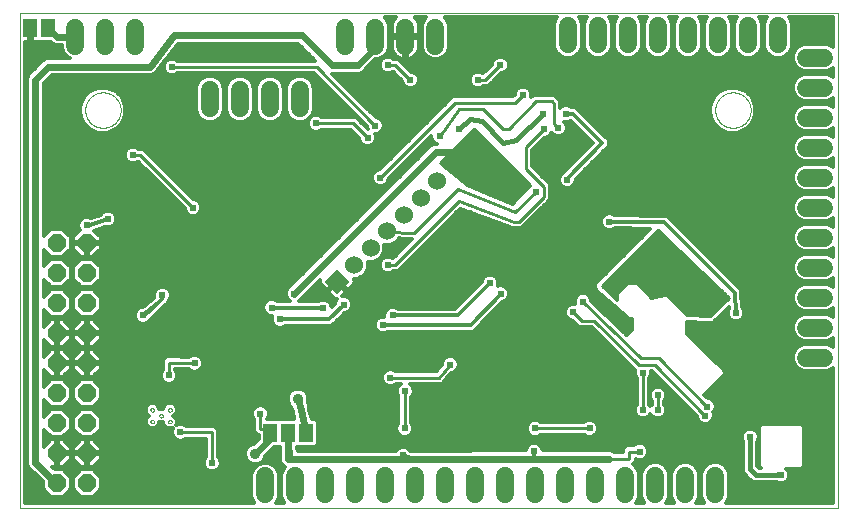
<source format=gbl>
G75*
%MOIN*%
%OFA0B0*%
%FSLAX25Y25*%
%IPPOS*%
%LPD*%
%AMOC8*
5,1,8,0,0,1.08239X$1,22.5*
%
%ADD10C,0.00000*%
%ADD11C,0.06000*%
%ADD12OC8,0.06000*%
%ADD13R,0.04600X0.06300*%
%ADD14R,0.06000X0.06000*%
%ADD15C,0.06000*%
%ADD16C,0.01200*%
%ADD17C,0.02381*%
%ADD18C,0.01000*%
%ADD19C,0.02400*%
%ADD20C,0.01600*%
%ADD21C,0.03562*%
D10*
X0007378Y0003500D02*
X0007378Y0168500D01*
X0279878Y0168500D01*
X0279878Y0003500D01*
X0007378Y0003500D01*
X0050710Y0032156D02*
X0050712Y0032204D01*
X0050718Y0032252D01*
X0050728Y0032299D01*
X0050741Y0032345D01*
X0050759Y0032390D01*
X0050779Y0032434D01*
X0050804Y0032476D01*
X0050832Y0032515D01*
X0050862Y0032552D01*
X0050896Y0032586D01*
X0050933Y0032618D01*
X0050971Y0032647D01*
X0051012Y0032672D01*
X0051055Y0032694D01*
X0051100Y0032712D01*
X0051146Y0032726D01*
X0051193Y0032737D01*
X0051241Y0032744D01*
X0051289Y0032747D01*
X0051337Y0032746D01*
X0051385Y0032741D01*
X0051433Y0032732D01*
X0051479Y0032720D01*
X0051524Y0032703D01*
X0051568Y0032683D01*
X0051610Y0032660D01*
X0051650Y0032633D01*
X0051688Y0032603D01*
X0051723Y0032570D01*
X0051755Y0032534D01*
X0051785Y0032496D01*
X0051811Y0032455D01*
X0051833Y0032412D01*
X0051853Y0032368D01*
X0051868Y0032323D01*
X0051880Y0032276D01*
X0051888Y0032228D01*
X0051892Y0032180D01*
X0051892Y0032132D01*
X0051888Y0032084D01*
X0051880Y0032036D01*
X0051868Y0031989D01*
X0051853Y0031944D01*
X0051833Y0031900D01*
X0051811Y0031857D01*
X0051785Y0031816D01*
X0051755Y0031778D01*
X0051723Y0031742D01*
X0051688Y0031709D01*
X0051650Y0031679D01*
X0051610Y0031652D01*
X0051568Y0031629D01*
X0051524Y0031609D01*
X0051479Y0031592D01*
X0051433Y0031580D01*
X0051385Y0031571D01*
X0051337Y0031566D01*
X0051289Y0031565D01*
X0051241Y0031568D01*
X0051193Y0031575D01*
X0051146Y0031586D01*
X0051100Y0031600D01*
X0051055Y0031618D01*
X0051012Y0031640D01*
X0050971Y0031665D01*
X0050933Y0031694D01*
X0050896Y0031726D01*
X0050862Y0031760D01*
X0050832Y0031797D01*
X0050804Y0031836D01*
X0050779Y0031878D01*
X0050759Y0031922D01*
X0050741Y0031967D01*
X0050728Y0032013D01*
X0050718Y0032060D01*
X0050712Y0032108D01*
X0050710Y0032156D01*
X0053662Y0034125D02*
X0053664Y0034173D01*
X0053670Y0034221D01*
X0053680Y0034268D01*
X0053693Y0034314D01*
X0053711Y0034359D01*
X0053731Y0034403D01*
X0053756Y0034445D01*
X0053784Y0034484D01*
X0053814Y0034521D01*
X0053848Y0034555D01*
X0053885Y0034587D01*
X0053923Y0034616D01*
X0053964Y0034641D01*
X0054007Y0034663D01*
X0054052Y0034681D01*
X0054098Y0034695D01*
X0054145Y0034706D01*
X0054193Y0034713D01*
X0054241Y0034716D01*
X0054289Y0034715D01*
X0054337Y0034710D01*
X0054385Y0034701D01*
X0054431Y0034689D01*
X0054476Y0034672D01*
X0054520Y0034652D01*
X0054562Y0034629D01*
X0054602Y0034602D01*
X0054640Y0034572D01*
X0054675Y0034539D01*
X0054707Y0034503D01*
X0054737Y0034465D01*
X0054763Y0034424D01*
X0054785Y0034381D01*
X0054805Y0034337D01*
X0054820Y0034292D01*
X0054832Y0034245D01*
X0054840Y0034197D01*
X0054844Y0034149D01*
X0054844Y0034101D01*
X0054840Y0034053D01*
X0054832Y0034005D01*
X0054820Y0033958D01*
X0054805Y0033913D01*
X0054785Y0033869D01*
X0054763Y0033826D01*
X0054737Y0033785D01*
X0054707Y0033747D01*
X0054675Y0033711D01*
X0054640Y0033678D01*
X0054602Y0033648D01*
X0054562Y0033621D01*
X0054520Y0033598D01*
X0054476Y0033578D01*
X0054431Y0033561D01*
X0054385Y0033549D01*
X0054337Y0033540D01*
X0054289Y0033535D01*
X0054241Y0033534D01*
X0054193Y0033537D01*
X0054145Y0033544D01*
X0054098Y0033555D01*
X0054052Y0033569D01*
X0054007Y0033587D01*
X0053964Y0033609D01*
X0053923Y0033634D01*
X0053885Y0033663D01*
X0053848Y0033695D01*
X0053814Y0033729D01*
X0053784Y0033766D01*
X0053756Y0033805D01*
X0053731Y0033847D01*
X0053711Y0033891D01*
X0053693Y0033936D01*
X0053680Y0033982D01*
X0053670Y0034029D01*
X0053664Y0034077D01*
X0053662Y0034125D01*
X0050710Y0036094D02*
X0050712Y0036142D01*
X0050718Y0036190D01*
X0050728Y0036237D01*
X0050741Y0036283D01*
X0050759Y0036328D01*
X0050779Y0036372D01*
X0050804Y0036414D01*
X0050832Y0036453D01*
X0050862Y0036490D01*
X0050896Y0036524D01*
X0050933Y0036556D01*
X0050971Y0036585D01*
X0051012Y0036610D01*
X0051055Y0036632D01*
X0051100Y0036650D01*
X0051146Y0036664D01*
X0051193Y0036675D01*
X0051241Y0036682D01*
X0051289Y0036685D01*
X0051337Y0036684D01*
X0051385Y0036679D01*
X0051433Y0036670D01*
X0051479Y0036658D01*
X0051524Y0036641D01*
X0051568Y0036621D01*
X0051610Y0036598D01*
X0051650Y0036571D01*
X0051688Y0036541D01*
X0051723Y0036508D01*
X0051755Y0036472D01*
X0051785Y0036434D01*
X0051811Y0036393D01*
X0051833Y0036350D01*
X0051853Y0036306D01*
X0051868Y0036261D01*
X0051880Y0036214D01*
X0051888Y0036166D01*
X0051892Y0036118D01*
X0051892Y0036070D01*
X0051888Y0036022D01*
X0051880Y0035974D01*
X0051868Y0035927D01*
X0051853Y0035882D01*
X0051833Y0035838D01*
X0051811Y0035795D01*
X0051785Y0035754D01*
X0051755Y0035716D01*
X0051723Y0035680D01*
X0051688Y0035647D01*
X0051650Y0035617D01*
X0051610Y0035590D01*
X0051568Y0035567D01*
X0051524Y0035547D01*
X0051479Y0035530D01*
X0051433Y0035518D01*
X0051385Y0035509D01*
X0051337Y0035504D01*
X0051289Y0035503D01*
X0051241Y0035506D01*
X0051193Y0035513D01*
X0051146Y0035524D01*
X0051100Y0035538D01*
X0051055Y0035556D01*
X0051012Y0035578D01*
X0050971Y0035603D01*
X0050933Y0035632D01*
X0050896Y0035664D01*
X0050862Y0035698D01*
X0050832Y0035735D01*
X0050804Y0035774D01*
X0050779Y0035816D01*
X0050759Y0035860D01*
X0050741Y0035905D01*
X0050728Y0035951D01*
X0050718Y0035998D01*
X0050712Y0036046D01*
X0050710Y0036094D01*
X0056615Y0036094D02*
X0056617Y0036142D01*
X0056623Y0036190D01*
X0056633Y0036237D01*
X0056646Y0036283D01*
X0056664Y0036328D01*
X0056684Y0036372D01*
X0056709Y0036414D01*
X0056737Y0036453D01*
X0056767Y0036490D01*
X0056801Y0036524D01*
X0056838Y0036556D01*
X0056876Y0036585D01*
X0056917Y0036610D01*
X0056960Y0036632D01*
X0057005Y0036650D01*
X0057051Y0036664D01*
X0057098Y0036675D01*
X0057146Y0036682D01*
X0057194Y0036685D01*
X0057242Y0036684D01*
X0057290Y0036679D01*
X0057338Y0036670D01*
X0057384Y0036658D01*
X0057429Y0036641D01*
X0057473Y0036621D01*
X0057515Y0036598D01*
X0057555Y0036571D01*
X0057593Y0036541D01*
X0057628Y0036508D01*
X0057660Y0036472D01*
X0057690Y0036434D01*
X0057716Y0036393D01*
X0057738Y0036350D01*
X0057758Y0036306D01*
X0057773Y0036261D01*
X0057785Y0036214D01*
X0057793Y0036166D01*
X0057797Y0036118D01*
X0057797Y0036070D01*
X0057793Y0036022D01*
X0057785Y0035974D01*
X0057773Y0035927D01*
X0057758Y0035882D01*
X0057738Y0035838D01*
X0057716Y0035795D01*
X0057690Y0035754D01*
X0057660Y0035716D01*
X0057628Y0035680D01*
X0057593Y0035647D01*
X0057555Y0035617D01*
X0057515Y0035590D01*
X0057473Y0035567D01*
X0057429Y0035547D01*
X0057384Y0035530D01*
X0057338Y0035518D01*
X0057290Y0035509D01*
X0057242Y0035504D01*
X0057194Y0035503D01*
X0057146Y0035506D01*
X0057098Y0035513D01*
X0057051Y0035524D01*
X0057005Y0035538D01*
X0056960Y0035556D01*
X0056917Y0035578D01*
X0056876Y0035603D01*
X0056838Y0035632D01*
X0056801Y0035664D01*
X0056767Y0035698D01*
X0056737Y0035735D01*
X0056709Y0035774D01*
X0056684Y0035816D01*
X0056664Y0035860D01*
X0056646Y0035905D01*
X0056633Y0035951D01*
X0056623Y0035998D01*
X0056617Y0036046D01*
X0056615Y0036094D01*
X0056615Y0032156D02*
X0056617Y0032204D01*
X0056623Y0032252D01*
X0056633Y0032299D01*
X0056646Y0032345D01*
X0056664Y0032390D01*
X0056684Y0032434D01*
X0056709Y0032476D01*
X0056737Y0032515D01*
X0056767Y0032552D01*
X0056801Y0032586D01*
X0056838Y0032618D01*
X0056876Y0032647D01*
X0056917Y0032672D01*
X0056960Y0032694D01*
X0057005Y0032712D01*
X0057051Y0032726D01*
X0057098Y0032737D01*
X0057146Y0032744D01*
X0057194Y0032747D01*
X0057242Y0032746D01*
X0057290Y0032741D01*
X0057338Y0032732D01*
X0057384Y0032720D01*
X0057429Y0032703D01*
X0057473Y0032683D01*
X0057515Y0032660D01*
X0057555Y0032633D01*
X0057593Y0032603D01*
X0057628Y0032570D01*
X0057660Y0032534D01*
X0057690Y0032496D01*
X0057716Y0032455D01*
X0057738Y0032412D01*
X0057758Y0032368D01*
X0057773Y0032323D01*
X0057785Y0032276D01*
X0057793Y0032228D01*
X0057797Y0032180D01*
X0057797Y0032132D01*
X0057793Y0032084D01*
X0057785Y0032036D01*
X0057773Y0031989D01*
X0057758Y0031944D01*
X0057738Y0031900D01*
X0057716Y0031857D01*
X0057690Y0031816D01*
X0057660Y0031778D01*
X0057628Y0031742D01*
X0057593Y0031709D01*
X0057555Y0031679D01*
X0057515Y0031652D01*
X0057473Y0031629D01*
X0057429Y0031609D01*
X0057384Y0031592D01*
X0057338Y0031580D01*
X0057290Y0031571D01*
X0057242Y0031566D01*
X0057194Y0031565D01*
X0057146Y0031568D01*
X0057098Y0031575D01*
X0057051Y0031586D01*
X0057005Y0031600D01*
X0056960Y0031618D01*
X0056917Y0031640D01*
X0056876Y0031665D01*
X0056838Y0031694D01*
X0056801Y0031726D01*
X0056767Y0031760D01*
X0056737Y0031797D01*
X0056709Y0031836D01*
X0056684Y0031878D01*
X0056664Y0031922D01*
X0056646Y0031967D01*
X0056633Y0032013D01*
X0056623Y0032060D01*
X0056617Y0032108D01*
X0056615Y0032156D01*
X0028972Y0136000D02*
X0028974Y0136153D01*
X0028980Y0136307D01*
X0028990Y0136460D01*
X0029004Y0136612D01*
X0029022Y0136765D01*
X0029044Y0136916D01*
X0029069Y0137067D01*
X0029099Y0137218D01*
X0029133Y0137368D01*
X0029170Y0137516D01*
X0029211Y0137664D01*
X0029256Y0137810D01*
X0029305Y0137956D01*
X0029358Y0138100D01*
X0029414Y0138242D01*
X0029474Y0138383D01*
X0029538Y0138523D01*
X0029605Y0138661D01*
X0029676Y0138797D01*
X0029751Y0138931D01*
X0029828Y0139063D01*
X0029910Y0139193D01*
X0029994Y0139321D01*
X0030082Y0139447D01*
X0030173Y0139570D01*
X0030267Y0139691D01*
X0030365Y0139809D01*
X0030465Y0139925D01*
X0030569Y0140038D01*
X0030675Y0140149D01*
X0030784Y0140257D01*
X0030896Y0140362D01*
X0031010Y0140463D01*
X0031128Y0140562D01*
X0031247Y0140658D01*
X0031369Y0140751D01*
X0031494Y0140840D01*
X0031621Y0140927D01*
X0031750Y0141009D01*
X0031881Y0141089D01*
X0032014Y0141165D01*
X0032149Y0141238D01*
X0032286Y0141307D01*
X0032425Y0141372D01*
X0032565Y0141434D01*
X0032707Y0141492D01*
X0032850Y0141547D01*
X0032995Y0141598D01*
X0033141Y0141645D01*
X0033288Y0141688D01*
X0033436Y0141727D01*
X0033585Y0141763D01*
X0033735Y0141794D01*
X0033886Y0141822D01*
X0034037Y0141846D01*
X0034190Y0141866D01*
X0034342Y0141882D01*
X0034495Y0141894D01*
X0034648Y0141902D01*
X0034801Y0141906D01*
X0034955Y0141906D01*
X0035108Y0141902D01*
X0035261Y0141894D01*
X0035414Y0141882D01*
X0035566Y0141866D01*
X0035719Y0141846D01*
X0035870Y0141822D01*
X0036021Y0141794D01*
X0036171Y0141763D01*
X0036320Y0141727D01*
X0036468Y0141688D01*
X0036615Y0141645D01*
X0036761Y0141598D01*
X0036906Y0141547D01*
X0037049Y0141492D01*
X0037191Y0141434D01*
X0037331Y0141372D01*
X0037470Y0141307D01*
X0037607Y0141238D01*
X0037742Y0141165D01*
X0037875Y0141089D01*
X0038006Y0141009D01*
X0038135Y0140927D01*
X0038262Y0140840D01*
X0038387Y0140751D01*
X0038509Y0140658D01*
X0038628Y0140562D01*
X0038746Y0140463D01*
X0038860Y0140362D01*
X0038972Y0140257D01*
X0039081Y0140149D01*
X0039187Y0140038D01*
X0039291Y0139925D01*
X0039391Y0139809D01*
X0039489Y0139691D01*
X0039583Y0139570D01*
X0039674Y0139447D01*
X0039762Y0139321D01*
X0039846Y0139193D01*
X0039928Y0139063D01*
X0040005Y0138931D01*
X0040080Y0138797D01*
X0040151Y0138661D01*
X0040218Y0138523D01*
X0040282Y0138383D01*
X0040342Y0138242D01*
X0040398Y0138100D01*
X0040451Y0137956D01*
X0040500Y0137810D01*
X0040545Y0137664D01*
X0040586Y0137516D01*
X0040623Y0137368D01*
X0040657Y0137218D01*
X0040687Y0137067D01*
X0040712Y0136916D01*
X0040734Y0136765D01*
X0040752Y0136612D01*
X0040766Y0136460D01*
X0040776Y0136307D01*
X0040782Y0136153D01*
X0040784Y0136000D01*
X0040782Y0135847D01*
X0040776Y0135693D01*
X0040766Y0135540D01*
X0040752Y0135388D01*
X0040734Y0135235D01*
X0040712Y0135084D01*
X0040687Y0134933D01*
X0040657Y0134782D01*
X0040623Y0134632D01*
X0040586Y0134484D01*
X0040545Y0134336D01*
X0040500Y0134190D01*
X0040451Y0134044D01*
X0040398Y0133900D01*
X0040342Y0133758D01*
X0040282Y0133617D01*
X0040218Y0133477D01*
X0040151Y0133339D01*
X0040080Y0133203D01*
X0040005Y0133069D01*
X0039928Y0132937D01*
X0039846Y0132807D01*
X0039762Y0132679D01*
X0039674Y0132553D01*
X0039583Y0132430D01*
X0039489Y0132309D01*
X0039391Y0132191D01*
X0039291Y0132075D01*
X0039187Y0131962D01*
X0039081Y0131851D01*
X0038972Y0131743D01*
X0038860Y0131638D01*
X0038746Y0131537D01*
X0038628Y0131438D01*
X0038509Y0131342D01*
X0038387Y0131249D01*
X0038262Y0131160D01*
X0038135Y0131073D01*
X0038006Y0130991D01*
X0037875Y0130911D01*
X0037742Y0130835D01*
X0037607Y0130762D01*
X0037470Y0130693D01*
X0037331Y0130628D01*
X0037191Y0130566D01*
X0037049Y0130508D01*
X0036906Y0130453D01*
X0036761Y0130402D01*
X0036615Y0130355D01*
X0036468Y0130312D01*
X0036320Y0130273D01*
X0036171Y0130237D01*
X0036021Y0130206D01*
X0035870Y0130178D01*
X0035719Y0130154D01*
X0035566Y0130134D01*
X0035414Y0130118D01*
X0035261Y0130106D01*
X0035108Y0130098D01*
X0034955Y0130094D01*
X0034801Y0130094D01*
X0034648Y0130098D01*
X0034495Y0130106D01*
X0034342Y0130118D01*
X0034190Y0130134D01*
X0034037Y0130154D01*
X0033886Y0130178D01*
X0033735Y0130206D01*
X0033585Y0130237D01*
X0033436Y0130273D01*
X0033288Y0130312D01*
X0033141Y0130355D01*
X0032995Y0130402D01*
X0032850Y0130453D01*
X0032707Y0130508D01*
X0032565Y0130566D01*
X0032425Y0130628D01*
X0032286Y0130693D01*
X0032149Y0130762D01*
X0032014Y0130835D01*
X0031881Y0130911D01*
X0031750Y0130991D01*
X0031621Y0131073D01*
X0031494Y0131160D01*
X0031369Y0131249D01*
X0031247Y0131342D01*
X0031128Y0131438D01*
X0031010Y0131537D01*
X0030896Y0131638D01*
X0030784Y0131743D01*
X0030675Y0131851D01*
X0030569Y0131962D01*
X0030465Y0132075D01*
X0030365Y0132191D01*
X0030267Y0132309D01*
X0030173Y0132430D01*
X0030082Y0132553D01*
X0029994Y0132679D01*
X0029910Y0132807D01*
X0029828Y0132937D01*
X0029751Y0133069D01*
X0029676Y0133203D01*
X0029605Y0133339D01*
X0029538Y0133477D01*
X0029474Y0133617D01*
X0029414Y0133758D01*
X0029358Y0133900D01*
X0029305Y0134044D01*
X0029256Y0134190D01*
X0029211Y0134336D01*
X0029170Y0134484D01*
X0029133Y0134632D01*
X0029099Y0134782D01*
X0029069Y0134933D01*
X0029044Y0135084D01*
X0029022Y0135235D01*
X0029004Y0135388D01*
X0028990Y0135540D01*
X0028980Y0135693D01*
X0028974Y0135847D01*
X0028972Y0136000D01*
X0238972Y0136000D02*
X0238974Y0136153D01*
X0238980Y0136307D01*
X0238990Y0136460D01*
X0239004Y0136612D01*
X0239022Y0136765D01*
X0239044Y0136916D01*
X0239069Y0137067D01*
X0239099Y0137218D01*
X0239133Y0137368D01*
X0239170Y0137516D01*
X0239211Y0137664D01*
X0239256Y0137810D01*
X0239305Y0137956D01*
X0239358Y0138100D01*
X0239414Y0138242D01*
X0239474Y0138383D01*
X0239538Y0138523D01*
X0239605Y0138661D01*
X0239676Y0138797D01*
X0239751Y0138931D01*
X0239828Y0139063D01*
X0239910Y0139193D01*
X0239994Y0139321D01*
X0240082Y0139447D01*
X0240173Y0139570D01*
X0240267Y0139691D01*
X0240365Y0139809D01*
X0240465Y0139925D01*
X0240569Y0140038D01*
X0240675Y0140149D01*
X0240784Y0140257D01*
X0240896Y0140362D01*
X0241010Y0140463D01*
X0241128Y0140562D01*
X0241247Y0140658D01*
X0241369Y0140751D01*
X0241494Y0140840D01*
X0241621Y0140927D01*
X0241750Y0141009D01*
X0241881Y0141089D01*
X0242014Y0141165D01*
X0242149Y0141238D01*
X0242286Y0141307D01*
X0242425Y0141372D01*
X0242565Y0141434D01*
X0242707Y0141492D01*
X0242850Y0141547D01*
X0242995Y0141598D01*
X0243141Y0141645D01*
X0243288Y0141688D01*
X0243436Y0141727D01*
X0243585Y0141763D01*
X0243735Y0141794D01*
X0243886Y0141822D01*
X0244037Y0141846D01*
X0244190Y0141866D01*
X0244342Y0141882D01*
X0244495Y0141894D01*
X0244648Y0141902D01*
X0244801Y0141906D01*
X0244955Y0141906D01*
X0245108Y0141902D01*
X0245261Y0141894D01*
X0245414Y0141882D01*
X0245566Y0141866D01*
X0245719Y0141846D01*
X0245870Y0141822D01*
X0246021Y0141794D01*
X0246171Y0141763D01*
X0246320Y0141727D01*
X0246468Y0141688D01*
X0246615Y0141645D01*
X0246761Y0141598D01*
X0246906Y0141547D01*
X0247049Y0141492D01*
X0247191Y0141434D01*
X0247331Y0141372D01*
X0247470Y0141307D01*
X0247607Y0141238D01*
X0247742Y0141165D01*
X0247875Y0141089D01*
X0248006Y0141009D01*
X0248135Y0140927D01*
X0248262Y0140840D01*
X0248387Y0140751D01*
X0248509Y0140658D01*
X0248628Y0140562D01*
X0248746Y0140463D01*
X0248860Y0140362D01*
X0248972Y0140257D01*
X0249081Y0140149D01*
X0249187Y0140038D01*
X0249291Y0139925D01*
X0249391Y0139809D01*
X0249489Y0139691D01*
X0249583Y0139570D01*
X0249674Y0139447D01*
X0249762Y0139321D01*
X0249846Y0139193D01*
X0249928Y0139063D01*
X0250005Y0138931D01*
X0250080Y0138797D01*
X0250151Y0138661D01*
X0250218Y0138523D01*
X0250282Y0138383D01*
X0250342Y0138242D01*
X0250398Y0138100D01*
X0250451Y0137956D01*
X0250500Y0137810D01*
X0250545Y0137664D01*
X0250586Y0137516D01*
X0250623Y0137368D01*
X0250657Y0137218D01*
X0250687Y0137067D01*
X0250712Y0136916D01*
X0250734Y0136765D01*
X0250752Y0136612D01*
X0250766Y0136460D01*
X0250776Y0136307D01*
X0250782Y0136153D01*
X0250784Y0136000D01*
X0250782Y0135847D01*
X0250776Y0135693D01*
X0250766Y0135540D01*
X0250752Y0135388D01*
X0250734Y0135235D01*
X0250712Y0135084D01*
X0250687Y0134933D01*
X0250657Y0134782D01*
X0250623Y0134632D01*
X0250586Y0134484D01*
X0250545Y0134336D01*
X0250500Y0134190D01*
X0250451Y0134044D01*
X0250398Y0133900D01*
X0250342Y0133758D01*
X0250282Y0133617D01*
X0250218Y0133477D01*
X0250151Y0133339D01*
X0250080Y0133203D01*
X0250005Y0133069D01*
X0249928Y0132937D01*
X0249846Y0132807D01*
X0249762Y0132679D01*
X0249674Y0132553D01*
X0249583Y0132430D01*
X0249489Y0132309D01*
X0249391Y0132191D01*
X0249291Y0132075D01*
X0249187Y0131962D01*
X0249081Y0131851D01*
X0248972Y0131743D01*
X0248860Y0131638D01*
X0248746Y0131537D01*
X0248628Y0131438D01*
X0248509Y0131342D01*
X0248387Y0131249D01*
X0248262Y0131160D01*
X0248135Y0131073D01*
X0248006Y0130991D01*
X0247875Y0130911D01*
X0247742Y0130835D01*
X0247607Y0130762D01*
X0247470Y0130693D01*
X0247331Y0130628D01*
X0247191Y0130566D01*
X0247049Y0130508D01*
X0246906Y0130453D01*
X0246761Y0130402D01*
X0246615Y0130355D01*
X0246468Y0130312D01*
X0246320Y0130273D01*
X0246171Y0130237D01*
X0246021Y0130206D01*
X0245870Y0130178D01*
X0245719Y0130154D01*
X0245566Y0130134D01*
X0245414Y0130118D01*
X0245261Y0130106D01*
X0245108Y0130098D01*
X0244955Y0130094D01*
X0244801Y0130094D01*
X0244648Y0130098D01*
X0244495Y0130106D01*
X0244342Y0130118D01*
X0244190Y0130134D01*
X0244037Y0130154D01*
X0243886Y0130178D01*
X0243735Y0130206D01*
X0243585Y0130237D01*
X0243436Y0130273D01*
X0243288Y0130312D01*
X0243141Y0130355D01*
X0242995Y0130402D01*
X0242850Y0130453D01*
X0242707Y0130508D01*
X0242565Y0130566D01*
X0242425Y0130628D01*
X0242286Y0130693D01*
X0242149Y0130762D01*
X0242014Y0130835D01*
X0241881Y0130911D01*
X0241750Y0130991D01*
X0241621Y0131073D01*
X0241494Y0131160D01*
X0241369Y0131249D01*
X0241247Y0131342D01*
X0241128Y0131438D01*
X0241010Y0131537D01*
X0240896Y0131638D01*
X0240784Y0131743D01*
X0240675Y0131851D01*
X0240569Y0131962D01*
X0240465Y0132075D01*
X0240365Y0132191D01*
X0240267Y0132309D01*
X0240173Y0132430D01*
X0240082Y0132553D01*
X0239994Y0132679D01*
X0239910Y0132807D01*
X0239828Y0132937D01*
X0239751Y0133069D01*
X0239676Y0133203D01*
X0239605Y0133339D01*
X0239538Y0133477D01*
X0239474Y0133617D01*
X0239414Y0133758D01*
X0239358Y0133900D01*
X0239305Y0134044D01*
X0239256Y0134190D01*
X0239211Y0134336D01*
X0239170Y0134484D01*
X0239133Y0134632D01*
X0239099Y0134782D01*
X0239069Y0134933D01*
X0239044Y0135084D01*
X0239022Y0135235D01*
X0239004Y0135388D01*
X0238990Y0135540D01*
X0238980Y0135693D01*
X0238974Y0135847D01*
X0238972Y0136000D01*
D11*
X0269378Y0133500D02*
X0275378Y0133500D01*
X0275378Y0123500D02*
X0269378Y0123500D01*
X0269378Y0113500D02*
X0275378Y0113500D01*
X0275378Y0103500D02*
X0269378Y0103500D01*
X0269378Y0093500D02*
X0275378Y0093500D01*
X0275378Y0083500D02*
X0269378Y0083500D01*
X0269378Y0073500D02*
X0275378Y0073500D01*
X0275378Y0063500D02*
X0269378Y0063500D01*
X0269378Y0053500D02*
X0275378Y0053500D01*
X0238978Y0014000D02*
X0238978Y0008000D01*
X0228978Y0008000D02*
X0228978Y0014000D01*
X0218978Y0014000D02*
X0218978Y0008000D01*
X0208978Y0008000D02*
X0208978Y0014000D01*
X0198978Y0014000D02*
X0198978Y0008000D01*
X0188978Y0008000D02*
X0188978Y0014000D01*
X0178978Y0014000D02*
X0178978Y0008000D01*
X0168978Y0008000D02*
X0168978Y0014000D01*
X0158978Y0013900D02*
X0158978Y0007900D01*
X0148978Y0007900D02*
X0148978Y0013900D01*
X0138978Y0013900D02*
X0138978Y0007900D01*
X0128978Y0007900D02*
X0128978Y0013900D01*
X0118978Y0013900D02*
X0118978Y0007900D01*
X0108978Y0007900D02*
X0108978Y0013900D01*
X0098978Y0013900D02*
X0098978Y0007900D01*
X0088978Y0007900D02*
X0088978Y0013900D01*
X0090503Y0136750D02*
X0090503Y0142750D01*
X0100503Y0142750D02*
X0100503Y0136750D01*
X0080503Y0136750D02*
X0080503Y0142750D01*
X0070503Y0142750D02*
X0070503Y0136750D01*
X0045678Y0157475D02*
X0045678Y0163475D01*
X0035678Y0163475D02*
X0035678Y0157475D01*
X0025678Y0157475D02*
X0025678Y0163475D01*
X0115678Y0163475D02*
X0115678Y0157475D01*
X0125678Y0157475D02*
X0125678Y0163475D01*
X0135678Y0163475D02*
X0135678Y0157475D01*
X0145678Y0157475D02*
X0145678Y0163475D01*
X0189878Y0164000D02*
X0189878Y0158000D01*
X0199878Y0158000D02*
X0199878Y0164000D01*
X0209878Y0164000D02*
X0209878Y0158000D01*
X0219878Y0158000D02*
X0219878Y0164000D01*
X0229878Y0164000D02*
X0229878Y0158000D01*
X0239878Y0158000D02*
X0239878Y0164000D01*
X0249878Y0164000D02*
X0249878Y0158000D01*
X0259878Y0158000D02*
X0259878Y0164000D01*
X0269378Y0153500D02*
X0275378Y0153500D01*
X0275378Y0143500D02*
X0269378Y0143500D01*
D12*
X0029478Y0091700D03*
X0019478Y0091700D03*
X0019478Y0081700D03*
X0029478Y0081700D03*
X0029553Y0071625D03*
X0019553Y0071625D03*
X0019553Y0061625D03*
X0029553Y0061625D03*
X0029553Y0051625D03*
X0019553Y0051625D03*
X0019553Y0041625D03*
X0029553Y0041625D03*
X0029553Y0031625D03*
X0019553Y0031625D03*
X0019553Y0021625D03*
X0029553Y0021625D03*
X0029553Y0011625D03*
X0019553Y0011625D03*
D13*
X0090678Y0028400D03*
X0096678Y0028400D03*
X0102678Y0028400D03*
X0016628Y0163500D03*
X0010628Y0163500D03*
D14*
G36*
X0112953Y0083092D02*
X0117195Y0078850D01*
X0112953Y0074608D01*
X0108711Y0078850D01*
X0112953Y0083092D01*
G37*
D15*
X0118521Y0084418D03*
X0124089Y0089986D03*
X0129657Y0095553D03*
X0135224Y0101121D03*
X0140792Y0106689D03*
X0146360Y0112257D03*
D16*
X0138579Y0118660D02*
X0135508Y0118660D01*
X0134310Y0117462D02*
X0137380Y0117462D01*
X0136182Y0116263D02*
X0133111Y0116263D01*
X0131913Y0115065D02*
X0134983Y0115065D01*
X0133785Y0113866D02*
X0130714Y0113866D01*
X0130169Y0113321D02*
X0130169Y0112945D01*
X0129744Y0111919D01*
X0128959Y0111134D01*
X0127933Y0110709D01*
X0126823Y0110709D01*
X0125798Y0111134D01*
X0125013Y0111919D01*
X0124588Y0112945D01*
X0124588Y0114055D01*
X0125013Y0115081D01*
X0125798Y0115866D01*
X0126823Y0116291D01*
X0127199Y0116291D01*
X0151508Y0140600D01*
X0171508Y0140600D01*
X0172088Y0141179D01*
X0172088Y0141555D01*
X0172513Y0142581D01*
X0173298Y0143366D01*
X0174323Y0143791D01*
X0175433Y0143791D01*
X0176459Y0143366D01*
X0177244Y0142581D01*
X0177669Y0141555D01*
X0177669Y0140445D01*
X0177609Y0140301D01*
X0178408Y0141100D01*
X0185348Y0141100D01*
X0186578Y0139870D01*
X0187378Y0139070D01*
X0187378Y0136846D01*
X0187698Y0137166D01*
X0188723Y0137591D01*
X0189833Y0137591D01*
X0190859Y0137166D01*
X0191025Y0137000D01*
X0192390Y0137000D01*
X0193678Y0135711D01*
X0203478Y0125911D01*
X0203478Y0124089D01*
X0202190Y0122800D01*
X0192469Y0113079D01*
X0192469Y0112245D01*
X0192044Y0111219D01*
X0191259Y0110434D01*
X0190233Y0110009D01*
X0189123Y0110009D01*
X0188098Y0110434D01*
X0187313Y0111219D01*
X0186888Y0112245D01*
X0186888Y0113355D01*
X0187078Y0113815D01*
X0187078Y0114111D01*
X0187288Y0114321D01*
X0187313Y0114381D01*
X0188098Y0115166D01*
X0188158Y0115191D01*
X0188367Y0115400D01*
X0188567Y0115400D01*
X0198167Y0125000D01*
X0190770Y0132397D01*
X0189833Y0132009D01*
X0188723Y0132009D01*
X0188539Y0132086D01*
X0189044Y0131581D01*
X0189469Y0130555D01*
X0189469Y0129445D01*
X0189044Y0128419D01*
X0188259Y0127634D01*
X0187233Y0127209D01*
X0186123Y0127209D01*
X0185098Y0127634D01*
X0184381Y0128351D01*
X0184244Y0128019D01*
X0183459Y0127234D01*
X0182433Y0126809D01*
X0182058Y0126809D01*
X0177978Y0122730D01*
X0177978Y0117270D01*
X0183978Y0111270D01*
X0183978Y0106330D01*
X0182748Y0105100D01*
X0174348Y0096700D01*
X0172338Y0096700D01*
X0171966Y0096529D01*
X0171503Y0096700D01*
X0171008Y0096700D01*
X0170719Y0096990D01*
X0154012Y0103164D01*
X0133148Y0082300D01*
X0131725Y0082300D01*
X0131459Y0082034D01*
X0130433Y0081609D01*
X0129323Y0081609D01*
X0128298Y0082034D01*
X0127513Y0082819D01*
X0127088Y0083845D01*
X0127088Y0084955D01*
X0127513Y0085981D01*
X0128298Y0086766D01*
X0129323Y0087191D01*
X0130433Y0087191D01*
X0131459Y0086766D01*
X0131567Y0086658D01*
X0138008Y0093100D01*
X0136408Y0093100D01*
X0136354Y0093052D01*
X0135548Y0093100D01*
X0134740Y0093100D01*
X0134689Y0093151D01*
X0133666Y0093212D01*
X0133556Y0092948D01*
X0132262Y0091654D01*
X0130572Y0090953D01*
X0128742Y0090953D01*
X0128651Y0090991D01*
X0128689Y0090901D01*
X0128689Y0089071D01*
X0127988Y0087380D01*
X0126695Y0086086D01*
X0125004Y0085386D01*
X0123174Y0085386D01*
X0123084Y0085423D01*
X0123121Y0085333D01*
X0123121Y0083503D01*
X0122421Y0081812D01*
X0121127Y0080518D01*
X0119436Y0079818D01*
X0118485Y0079818D01*
X0118687Y0079468D01*
X0118796Y0079061D01*
X0118796Y0078639D01*
X0118687Y0078232D01*
X0118476Y0077868D01*
X0116489Y0075880D01*
X0113519Y0078850D01*
X0112953Y0078284D01*
X0109983Y0075314D01*
X0111971Y0073327D01*
X0112336Y0073116D01*
X0112743Y0073007D01*
X0112939Y0073007D01*
X0112713Y0072781D01*
X0112288Y0071755D01*
X0112288Y0071521D01*
X0111069Y0070302D01*
X0111069Y0070555D01*
X0110644Y0071581D01*
X0109859Y0072366D01*
X0108833Y0072791D01*
X0107723Y0072791D01*
X0106780Y0072400D01*
X0100201Y0072400D01*
X0100264Y0072426D01*
X0107188Y0079350D01*
X0107111Y0079061D01*
X0107111Y0078639D01*
X0107220Y0078232D01*
X0107430Y0077868D01*
X0109418Y0075880D01*
X0112388Y0078850D01*
X0112953Y0078284D01*
X0115923Y0075314D01*
X0114599Y0073991D01*
X0115633Y0073991D01*
X0116659Y0073566D01*
X0117444Y0072781D01*
X0117869Y0071755D01*
X0117869Y0070645D01*
X0117444Y0069619D01*
X0116659Y0068834D01*
X0115633Y0068409D01*
X0115399Y0068409D01*
X0111090Y0064100D01*
X0095700Y0064100D01*
X0095534Y0063934D01*
X0094508Y0063509D01*
X0093398Y0063509D01*
X0092373Y0063934D01*
X0091588Y0064719D01*
X0091163Y0065745D01*
X0091163Y0066855D01*
X0091392Y0067409D01*
X0090548Y0067409D01*
X0089523Y0067834D01*
X0088738Y0068619D01*
X0088313Y0069645D01*
X0088313Y0070755D01*
X0088738Y0071781D01*
X0089523Y0072566D01*
X0090548Y0072991D01*
X0091658Y0072991D01*
X0092684Y0072566D01*
X0092850Y0072400D01*
X0097156Y0072400D01*
X0097092Y0072426D01*
X0096305Y0073214D01*
X0095878Y0074243D01*
X0095878Y0075357D01*
X0096305Y0076386D01*
X0143505Y0123586D01*
X0144292Y0124374D01*
X0145321Y0124800D01*
X0146305Y0124800D01*
X0145498Y0125134D01*
X0144713Y0125919D01*
X0144288Y0126945D01*
X0144288Y0127440D01*
X0130169Y0113321D01*
X0130054Y0112668D02*
X0132586Y0112668D01*
X0131387Y0111469D02*
X0129294Y0111469D01*
X0130189Y0110270D02*
X0061078Y0110270D01*
X0062276Y0109072D02*
X0128990Y0109072D01*
X0127792Y0107873D02*
X0063475Y0107873D01*
X0064673Y0106675D02*
X0126593Y0106675D01*
X0125395Y0105476D02*
X0066848Y0105476D01*
X0066459Y0105866D02*
X0067244Y0105081D01*
X0067669Y0104055D01*
X0067669Y0102945D01*
X0067244Y0101919D01*
X0066459Y0101134D01*
X0065433Y0100709D01*
X0064323Y0100709D01*
X0063298Y0101134D01*
X0062513Y0101919D01*
X0062088Y0102945D01*
X0062088Y0103321D01*
X0046617Y0118792D01*
X0046459Y0118634D01*
X0045433Y0118209D01*
X0044323Y0118209D01*
X0043298Y0118634D01*
X0042513Y0119419D01*
X0042088Y0120445D01*
X0042088Y0121555D01*
X0042513Y0122581D01*
X0043298Y0123366D01*
X0044323Y0123791D01*
X0045433Y0123791D01*
X0046459Y0123366D01*
X0046725Y0123100D01*
X0048248Y0123100D01*
X0049478Y0121870D01*
X0065058Y0106291D01*
X0065433Y0106291D01*
X0066459Y0105866D01*
X0067577Y0104278D02*
X0124196Y0104278D01*
X0122998Y0103079D02*
X0067669Y0103079D01*
X0067206Y0101881D02*
X0121799Y0101881D01*
X0120601Y0100682D02*
X0039142Y0100682D01*
X0039319Y0100255D02*
X0038894Y0101281D01*
X0038109Y0102066D01*
X0037083Y0102491D01*
X0035973Y0102491D01*
X0034948Y0102066D01*
X0034163Y0101281D01*
X0034118Y0101172D01*
X0030919Y0100024D01*
X0030033Y0100391D01*
X0028923Y0100391D01*
X0027898Y0099966D01*
X0027113Y0099181D01*
X0026688Y0098155D01*
X0026688Y0097045D01*
X0027113Y0096019D01*
X0027202Y0095929D01*
X0024878Y0093605D01*
X0024878Y0092100D01*
X0029078Y0092100D01*
X0029078Y0091300D01*
X0024878Y0091300D01*
X0024878Y0089795D01*
X0027573Y0087100D01*
X0029078Y0087100D01*
X0029078Y0091300D01*
X0029878Y0091300D01*
X0029878Y0087100D01*
X0031384Y0087100D01*
X0034078Y0089795D01*
X0034078Y0091300D01*
X0029878Y0091300D01*
X0029878Y0092100D01*
X0034078Y0092100D01*
X0034078Y0093605D01*
X0031961Y0095723D01*
X0035645Y0097045D01*
X0035973Y0096909D01*
X0037083Y0096909D01*
X0038109Y0097334D01*
X0038894Y0098119D01*
X0039319Y0099145D01*
X0039319Y0100255D01*
X0039319Y0099484D02*
X0119402Y0099484D01*
X0118204Y0098285D02*
X0038963Y0098285D01*
X0037512Y0097087D02*
X0117005Y0097087D01*
X0115807Y0095888D02*
X0032422Y0095888D01*
X0032994Y0094690D02*
X0114608Y0094690D01*
X0113410Y0093491D02*
X0034078Y0093491D01*
X0034078Y0092293D02*
X0112211Y0092293D01*
X0111013Y0091094D02*
X0034078Y0091094D01*
X0034078Y0089896D02*
X0109814Y0089896D01*
X0108616Y0088697D02*
X0032981Y0088697D01*
X0031782Y0087499D02*
X0107417Y0087499D01*
X0106219Y0086300D02*
X0015178Y0086300D01*
X0015178Y0085102D02*
X0016375Y0085102D01*
X0015178Y0083905D02*
X0015178Y0089495D01*
X0017573Y0087100D01*
X0021384Y0087100D01*
X0024078Y0089795D01*
X0024078Y0093605D01*
X0021384Y0096300D01*
X0017573Y0096300D01*
X0015178Y0093905D01*
X0015178Y0144877D01*
X0017876Y0147700D01*
X0050048Y0147700D01*
X0050217Y0147653D01*
X0050600Y0147700D01*
X0050985Y0147700D01*
X0051148Y0147767D01*
X0051323Y0147789D01*
X0051658Y0147979D01*
X0052014Y0148126D01*
X0052139Y0148251D01*
X0052292Y0148338D01*
X0052529Y0148641D01*
X0052802Y0148914D01*
X0052869Y0149077D01*
X0059994Y0158200D01*
X0099968Y0158200D01*
X0105669Y0152500D01*
X0059725Y0152500D01*
X0059459Y0152766D01*
X0058433Y0153191D01*
X0057323Y0153191D01*
X0056298Y0152766D01*
X0055513Y0151981D01*
X0055088Y0150955D01*
X0055088Y0149845D01*
X0055513Y0148819D01*
X0056298Y0148034D01*
X0057323Y0147609D01*
X0058433Y0147609D01*
X0059459Y0148034D01*
X0059725Y0148300D01*
X0105208Y0148300D01*
X0122888Y0130621D01*
X0122888Y0130245D01*
X0123089Y0129759D01*
X0119148Y0133700D01*
X0107725Y0133700D01*
X0107459Y0133966D01*
X0106433Y0134391D01*
X0105323Y0134391D01*
X0104298Y0133966D01*
X0103513Y0133181D01*
X0103088Y0132155D01*
X0103088Y0131045D01*
X0103513Y0130019D01*
X0104298Y0129234D01*
X0105323Y0128809D01*
X0106433Y0128809D01*
X0107459Y0129234D01*
X0107725Y0129500D01*
X0117408Y0129500D01*
X0120288Y0126621D01*
X0120288Y0126245D01*
X0120713Y0125219D01*
X0121498Y0124434D01*
X0122523Y0124009D01*
X0123633Y0124009D01*
X0124659Y0124434D01*
X0125444Y0125219D01*
X0125869Y0126245D01*
X0125869Y0127355D01*
X0125598Y0128009D01*
X0126233Y0128009D01*
X0127259Y0128434D01*
X0128044Y0129219D01*
X0128469Y0130245D01*
X0128469Y0131355D01*
X0128044Y0132381D01*
X0127259Y0133166D01*
X0126233Y0133591D01*
X0125858Y0133591D01*
X0111248Y0148200D01*
X0120435Y0148200D01*
X0121464Y0148626D01*
X0125713Y0152875D01*
X0126593Y0152875D01*
X0128284Y0153575D01*
X0129578Y0154869D01*
X0130278Y0156560D01*
X0130278Y0164390D01*
X0129578Y0166081D01*
X0128759Y0166900D01*
X0132598Y0166900D01*
X0132170Y0166472D01*
X0131744Y0165886D01*
X0131415Y0165241D01*
X0131192Y0164552D01*
X0131078Y0163837D01*
X0131078Y0160875D01*
X0135278Y0160875D01*
X0135278Y0160075D01*
X0131078Y0160075D01*
X0131078Y0157113D01*
X0131192Y0156398D01*
X0131415Y0155709D01*
X0131744Y0155064D01*
X0132170Y0154478D01*
X0132682Y0153966D01*
X0133267Y0153541D01*
X0133912Y0153212D01*
X0134601Y0152988D01*
X0135278Y0152881D01*
X0135278Y0160075D01*
X0136078Y0160075D01*
X0136078Y0152881D01*
X0136755Y0152988D01*
X0137444Y0153212D01*
X0138089Y0153541D01*
X0138675Y0153966D01*
X0139187Y0154478D01*
X0139613Y0155064D01*
X0139941Y0155709D01*
X0140165Y0156398D01*
X0140278Y0157113D01*
X0140278Y0160075D01*
X0136078Y0160075D01*
X0136078Y0160875D01*
X0140278Y0160875D01*
X0140278Y0163837D01*
X0140165Y0164552D01*
X0139941Y0165241D01*
X0139613Y0165886D01*
X0139187Y0166472D01*
X0138759Y0166900D01*
X0142598Y0166900D01*
X0141779Y0166081D01*
X0141078Y0164390D01*
X0141078Y0156560D01*
X0141779Y0154869D01*
X0143073Y0153575D01*
X0144763Y0152875D01*
X0146593Y0152875D01*
X0148284Y0153575D01*
X0149578Y0154869D01*
X0150278Y0156560D01*
X0150278Y0164390D01*
X0149578Y0166081D01*
X0148759Y0166900D01*
X0186273Y0166900D01*
X0185979Y0166606D01*
X0185278Y0164915D01*
X0185278Y0157085D01*
X0185979Y0155394D01*
X0187273Y0154100D01*
X0188963Y0153400D01*
X0190793Y0153400D01*
X0192484Y0154100D01*
X0193778Y0155394D01*
X0194478Y0157085D01*
X0194478Y0164915D01*
X0193778Y0166606D01*
X0193484Y0166900D01*
X0196273Y0166900D01*
X0195979Y0166606D01*
X0195278Y0164915D01*
X0195278Y0157085D01*
X0195979Y0155394D01*
X0197273Y0154100D01*
X0198963Y0153400D01*
X0200793Y0153400D01*
X0202484Y0154100D01*
X0203778Y0155394D01*
X0204478Y0157085D01*
X0204478Y0164915D01*
X0203778Y0166606D01*
X0203484Y0166900D01*
X0206273Y0166900D01*
X0205979Y0166606D01*
X0205278Y0164915D01*
X0205278Y0157085D01*
X0205979Y0155394D01*
X0207273Y0154100D01*
X0208963Y0153400D01*
X0210793Y0153400D01*
X0212484Y0154100D01*
X0213778Y0155394D01*
X0214478Y0157085D01*
X0214478Y0164915D01*
X0213778Y0166606D01*
X0213484Y0166900D01*
X0216273Y0166900D01*
X0215979Y0166606D01*
X0215278Y0164915D01*
X0215278Y0157085D01*
X0215979Y0155394D01*
X0217273Y0154100D01*
X0218963Y0153400D01*
X0220793Y0153400D01*
X0222484Y0154100D01*
X0223778Y0155394D01*
X0224478Y0157085D01*
X0224478Y0164915D01*
X0223778Y0166606D01*
X0223484Y0166900D01*
X0226273Y0166900D01*
X0225979Y0166606D01*
X0225278Y0164915D01*
X0225278Y0157085D01*
X0225979Y0155394D01*
X0227273Y0154100D01*
X0228963Y0153400D01*
X0230793Y0153400D01*
X0232484Y0154100D01*
X0233778Y0155394D01*
X0234478Y0157085D01*
X0234478Y0164915D01*
X0233778Y0166606D01*
X0233484Y0166900D01*
X0236273Y0166900D01*
X0235979Y0166606D01*
X0235278Y0164915D01*
X0235278Y0157085D01*
X0235979Y0155394D01*
X0237273Y0154100D01*
X0238963Y0153400D01*
X0240793Y0153400D01*
X0242484Y0154100D01*
X0243778Y0155394D01*
X0244478Y0157085D01*
X0244478Y0164915D01*
X0243778Y0166606D01*
X0243484Y0166900D01*
X0246273Y0166900D01*
X0245979Y0166606D01*
X0245278Y0164915D01*
X0245278Y0157085D01*
X0245979Y0155394D01*
X0247273Y0154100D01*
X0248963Y0153400D01*
X0250793Y0153400D01*
X0252484Y0154100D01*
X0253778Y0155394D01*
X0254478Y0157085D01*
X0254478Y0164915D01*
X0253778Y0166606D01*
X0253484Y0166900D01*
X0256273Y0166900D01*
X0255979Y0166606D01*
X0255278Y0164915D01*
X0255278Y0157085D01*
X0255979Y0155394D01*
X0257273Y0154100D01*
X0258963Y0153400D01*
X0260793Y0153400D01*
X0262484Y0154100D01*
X0263778Y0155394D01*
X0264478Y0157085D01*
X0264478Y0164915D01*
X0263778Y0166606D01*
X0263484Y0166900D01*
X0278278Y0166900D01*
X0278278Y0157105D01*
X0277984Y0157400D01*
X0276293Y0158100D01*
X0268463Y0158100D01*
X0266773Y0157400D01*
X0265479Y0156106D01*
X0264778Y0154415D01*
X0264778Y0152585D01*
X0265479Y0150894D01*
X0266773Y0149600D01*
X0268463Y0148900D01*
X0276293Y0148900D01*
X0277984Y0149600D01*
X0278278Y0149895D01*
X0278278Y0147105D01*
X0277984Y0147400D01*
X0276293Y0148100D01*
X0268463Y0148100D01*
X0266773Y0147400D01*
X0265479Y0146106D01*
X0264778Y0144415D01*
X0264778Y0142585D01*
X0265479Y0140894D01*
X0266773Y0139600D01*
X0268463Y0138900D01*
X0276293Y0138900D01*
X0277984Y0139600D01*
X0278278Y0139895D01*
X0278278Y0137105D01*
X0277984Y0137400D01*
X0276293Y0138100D01*
X0268463Y0138100D01*
X0266773Y0137400D01*
X0265479Y0136106D01*
X0264778Y0134415D01*
X0264778Y0132585D01*
X0265479Y0130894D01*
X0266773Y0129600D01*
X0268463Y0128900D01*
X0276293Y0128900D01*
X0277984Y0129600D01*
X0278278Y0129895D01*
X0278278Y0127105D01*
X0277984Y0127400D01*
X0276293Y0128100D01*
X0268463Y0128100D01*
X0266773Y0127400D01*
X0265479Y0126106D01*
X0264778Y0124415D01*
X0264778Y0122585D01*
X0265479Y0120894D01*
X0266773Y0119600D01*
X0268463Y0118900D01*
X0276293Y0118900D01*
X0277984Y0119600D01*
X0278278Y0119895D01*
X0278278Y0117105D01*
X0277984Y0117400D01*
X0276293Y0118100D01*
X0268463Y0118100D01*
X0266773Y0117400D01*
X0265479Y0116106D01*
X0264778Y0114415D01*
X0264778Y0112585D01*
X0265479Y0110894D01*
X0266773Y0109600D01*
X0268463Y0108900D01*
X0276293Y0108900D01*
X0277984Y0109600D01*
X0278278Y0109895D01*
X0278278Y0107105D01*
X0277984Y0107400D01*
X0276293Y0108100D01*
X0268463Y0108100D01*
X0266773Y0107400D01*
X0265479Y0106106D01*
X0264778Y0104415D01*
X0264778Y0102585D01*
X0265479Y0100894D01*
X0266773Y0099600D01*
X0268463Y0098900D01*
X0276293Y0098900D01*
X0277984Y0099600D01*
X0278278Y0099895D01*
X0278278Y0097105D01*
X0277984Y0097400D01*
X0276293Y0098100D01*
X0268463Y0098100D01*
X0266773Y0097400D01*
X0265479Y0096106D01*
X0264778Y0094415D01*
X0264778Y0092585D01*
X0265479Y0090894D01*
X0266773Y0089600D01*
X0268463Y0088900D01*
X0276293Y0088900D01*
X0277984Y0089600D01*
X0278278Y0089895D01*
X0278278Y0087105D01*
X0277984Y0087400D01*
X0276293Y0088100D01*
X0268463Y0088100D01*
X0266773Y0087400D01*
X0265479Y0086106D01*
X0264778Y0084415D01*
X0264778Y0082585D01*
X0265479Y0080894D01*
X0266773Y0079600D01*
X0268463Y0078900D01*
X0276293Y0078900D01*
X0277984Y0079600D01*
X0278278Y0079895D01*
X0278278Y0077105D01*
X0277984Y0077400D01*
X0276293Y0078100D01*
X0268463Y0078100D01*
X0266773Y0077400D01*
X0265479Y0076106D01*
X0264778Y0074415D01*
X0264778Y0072585D01*
X0265479Y0070894D01*
X0266773Y0069600D01*
X0268463Y0068900D01*
X0276293Y0068900D01*
X0277984Y0069600D01*
X0278278Y0069895D01*
X0278278Y0067105D01*
X0277984Y0067400D01*
X0276293Y0068100D01*
X0268463Y0068100D01*
X0266773Y0067400D01*
X0265479Y0066106D01*
X0264778Y0064415D01*
X0264778Y0062585D01*
X0265479Y0060894D01*
X0266773Y0059600D01*
X0268463Y0058900D01*
X0276293Y0058900D01*
X0277984Y0059600D01*
X0278278Y0059895D01*
X0278278Y0057105D01*
X0277984Y0057400D01*
X0276293Y0058100D01*
X0268463Y0058100D01*
X0266773Y0057400D01*
X0265479Y0056106D01*
X0264778Y0054415D01*
X0264778Y0052585D01*
X0265479Y0050894D01*
X0266773Y0049600D01*
X0268463Y0048900D01*
X0276293Y0048900D01*
X0277984Y0049600D01*
X0278278Y0049895D01*
X0278278Y0005100D01*
X0242584Y0005100D01*
X0242878Y0005394D01*
X0243578Y0007085D01*
X0243578Y0014915D01*
X0242878Y0016606D01*
X0241584Y0017900D01*
X0239893Y0018600D01*
X0238063Y0018600D01*
X0236373Y0017900D01*
X0235079Y0016606D01*
X0234378Y0014915D01*
X0234378Y0007085D01*
X0235079Y0005394D01*
X0235373Y0005100D01*
X0232584Y0005100D01*
X0232878Y0005394D01*
X0233578Y0007085D01*
X0233578Y0014915D01*
X0232878Y0016606D01*
X0231584Y0017900D01*
X0229893Y0018600D01*
X0228063Y0018600D01*
X0226373Y0017900D01*
X0225079Y0016606D01*
X0224378Y0014915D01*
X0224378Y0007085D01*
X0225079Y0005394D01*
X0225373Y0005100D01*
X0222584Y0005100D01*
X0222878Y0005394D01*
X0223578Y0007085D01*
X0223578Y0014915D01*
X0222878Y0016606D01*
X0221584Y0017900D01*
X0219893Y0018600D01*
X0218063Y0018600D01*
X0216373Y0017900D01*
X0215079Y0016606D01*
X0214378Y0014915D01*
X0214378Y0007085D01*
X0215079Y0005394D01*
X0215373Y0005100D01*
X0212584Y0005100D01*
X0212878Y0005394D01*
X0213578Y0007085D01*
X0213578Y0014915D01*
X0212878Y0016606D01*
X0211584Y0017900D01*
X0211488Y0017940D01*
X0212478Y0018930D01*
X0212478Y0019759D01*
X0213323Y0019409D01*
X0214433Y0019409D01*
X0215459Y0019834D01*
X0216244Y0020619D01*
X0216669Y0021645D01*
X0216669Y0022755D01*
X0216244Y0023781D01*
X0215459Y0024566D01*
X0214433Y0024991D01*
X0213323Y0024991D01*
X0212298Y0024566D01*
X0212032Y0024300D01*
X0209508Y0024300D01*
X0208278Y0023070D01*
X0208278Y0021900D01*
X0205438Y0021900D01*
X0205214Y0022124D01*
X0204185Y0022550D01*
X0181419Y0022550D01*
X0181419Y0022805D01*
X0180994Y0023831D01*
X0180209Y0024616D01*
X0179183Y0025041D01*
X0178073Y0025041D01*
X0177048Y0024616D01*
X0176263Y0023831D01*
X0175838Y0022805D01*
X0175838Y0022543D01*
X0139529Y0022450D01*
X0137377Y0022450D01*
X0137344Y0022531D01*
X0136559Y0023316D01*
X0135533Y0023741D01*
X0134423Y0023741D01*
X0133398Y0023316D01*
X0132613Y0022531D01*
X0132579Y0022450D01*
X0099930Y0022450D01*
X0099544Y0023381D01*
X0099478Y0023446D01*
X0099478Y0023650D01*
X0099641Y0023650D01*
X0099678Y0023687D01*
X0099716Y0023650D01*
X0105641Y0023650D01*
X0106578Y0024587D01*
X0106578Y0032213D01*
X0105641Y0033150D01*
X0104431Y0033150D01*
X0103722Y0036143D01*
X0103727Y0036183D01*
X0103594Y0036683D01*
X0103475Y0037187D01*
X0103451Y0037220D01*
X0103074Y0038631D01*
X0103259Y0039077D01*
X0103259Y0040423D01*
X0102745Y0041665D01*
X0101794Y0042616D01*
X0100551Y0043131D01*
X0099206Y0043131D01*
X0097963Y0042616D01*
X0097012Y0041665D01*
X0096497Y0040423D01*
X0096497Y0039077D01*
X0097012Y0037835D01*
X0097665Y0037181D01*
X0098163Y0035317D01*
X0098676Y0033150D01*
X0093716Y0033150D01*
X0093678Y0033113D01*
X0093641Y0033150D01*
X0089725Y0033150D01*
X0089744Y0033169D01*
X0090169Y0034195D01*
X0090169Y0035305D01*
X0089744Y0036331D01*
X0088959Y0037116D01*
X0087933Y0037541D01*
X0086823Y0037541D01*
X0085798Y0037116D01*
X0085013Y0036331D01*
X0084588Y0035305D01*
X0084588Y0034195D01*
X0085013Y0033169D01*
X0085278Y0032904D01*
X0085278Y0028880D01*
X0086508Y0027650D01*
X0086778Y0027650D01*
X0086778Y0026460D01*
X0085100Y0024781D01*
X0085006Y0024781D01*
X0083763Y0024266D01*
X0082812Y0023315D01*
X0082297Y0022073D01*
X0082297Y0020727D01*
X0082812Y0019485D01*
X0083763Y0018534D01*
X0085006Y0018019D01*
X0086351Y0018019D01*
X0087594Y0018534D01*
X0088545Y0019485D01*
X0089059Y0020727D01*
X0089059Y0020821D01*
X0091888Y0023650D01*
X0093641Y0023650D01*
X0093678Y0023687D01*
X0093716Y0023650D01*
X0093878Y0023650D01*
X0093878Y0019093D01*
X0094305Y0018064D01*
X0095092Y0017276D01*
X0095627Y0017055D01*
X0095079Y0016506D01*
X0094378Y0014815D01*
X0094378Y0006985D01*
X0095079Y0005294D01*
X0095273Y0005100D01*
X0092684Y0005100D01*
X0092878Y0005294D01*
X0093578Y0006985D01*
X0093578Y0014815D01*
X0092878Y0016506D01*
X0091584Y0017800D01*
X0089893Y0018500D01*
X0088063Y0018500D01*
X0086373Y0017800D01*
X0085079Y0016506D01*
X0084378Y0014815D01*
X0084378Y0006985D01*
X0085079Y0005294D01*
X0085273Y0005100D01*
X0008978Y0005100D01*
X0008978Y0158750D01*
X0010078Y0158750D01*
X0010078Y0162950D01*
X0011178Y0162950D01*
X0011178Y0158750D01*
X0013139Y0158750D01*
X0013546Y0158859D01*
X0013553Y0158863D01*
X0013666Y0158750D01*
X0017418Y0158750D01*
X0018067Y0158101D01*
X0019096Y0157675D01*
X0021078Y0157675D01*
X0021078Y0156560D01*
X0021779Y0154869D01*
X0023073Y0153575D01*
X0023737Y0153300D01*
X0017202Y0153300D01*
X0017171Y0153312D01*
X0016646Y0153300D01*
X0016121Y0153300D01*
X0016091Y0153287D01*
X0016058Y0153287D01*
X0015577Y0153075D01*
X0015092Y0152874D01*
X0015069Y0152850D01*
X0015039Y0152837D01*
X0014676Y0152457D01*
X0014305Y0152086D01*
X0014292Y0152056D01*
X0010376Y0147957D01*
X0010005Y0147586D01*
X0009992Y0147556D01*
X0009969Y0147532D01*
X0009779Y0147042D01*
X0009578Y0146557D01*
X0009578Y0146524D01*
X0009566Y0146493D01*
X0009578Y0145968D01*
X0009578Y0019015D01*
X0009563Y0018975D01*
X0009578Y0018459D01*
X0009578Y0017943D01*
X0009594Y0017904D01*
X0009596Y0017862D01*
X0009807Y0017391D01*
X0010005Y0016914D01*
X0010034Y0016884D01*
X0010052Y0016845D01*
X0010427Y0016491D01*
X0010792Y0016126D01*
X0010831Y0016110D01*
X0014953Y0012221D01*
X0014953Y0009720D01*
X0017648Y0007025D01*
X0021459Y0007025D01*
X0024153Y0009720D01*
X0024153Y0013530D01*
X0021459Y0016225D01*
X0018870Y0016225D01*
X0018022Y0017025D01*
X0019153Y0017025D01*
X0019153Y0021225D01*
X0019953Y0021225D01*
X0019953Y0017025D01*
X0021459Y0017025D01*
X0024153Y0019720D01*
X0024153Y0021225D01*
X0019953Y0021225D01*
X0019953Y0022025D01*
X0019153Y0022025D01*
X0019153Y0026225D01*
X0017648Y0026225D01*
X0015178Y0023755D01*
X0015178Y0029495D01*
X0017648Y0027025D01*
X0021459Y0027025D01*
X0024153Y0029720D01*
X0024153Y0033530D01*
X0021459Y0036225D01*
X0017648Y0036225D01*
X0015178Y0033755D01*
X0015178Y0039495D01*
X0017648Y0037025D01*
X0021459Y0037025D01*
X0024153Y0039720D01*
X0024153Y0043530D01*
X0021459Y0046225D01*
X0017648Y0046225D01*
X0015178Y0043755D01*
X0015178Y0049495D01*
X0017648Y0047025D01*
X0019153Y0047025D01*
X0019153Y0051225D01*
X0019953Y0051225D01*
X0019953Y0047025D01*
X0021459Y0047025D01*
X0024153Y0049720D01*
X0024153Y0051225D01*
X0019953Y0051225D01*
X0019953Y0052025D01*
X0019153Y0052025D01*
X0019153Y0056225D01*
X0017648Y0056225D01*
X0015178Y0053755D01*
X0015178Y0059495D01*
X0017648Y0057025D01*
X0019153Y0057025D01*
X0019153Y0061225D01*
X0019953Y0061225D01*
X0019953Y0057025D01*
X0021459Y0057025D01*
X0024153Y0059720D01*
X0024153Y0061225D01*
X0019953Y0061225D01*
X0019953Y0062025D01*
X0019153Y0062025D01*
X0019153Y0066225D01*
X0017648Y0066225D01*
X0015178Y0063755D01*
X0015178Y0069495D01*
X0017648Y0067025D01*
X0021459Y0067025D01*
X0024153Y0069720D01*
X0024153Y0073530D01*
X0021459Y0076225D01*
X0017648Y0076225D01*
X0015178Y0073755D01*
X0015178Y0079495D01*
X0017573Y0077100D01*
X0021384Y0077100D01*
X0024078Y0079795D01*
X0024078Y0083605D01*
X0021384Y0086300D01*
X0017573Y0086300D01*
X0015178Y0083905D01*
X0015178Y0087499D02*
X0017174Y0087499D01*
X0015976Y0088697D02*
X0015178Y0088697D01*
X0009578Y0088697D02*
X0008978Y0088697D01*
X0008978Y0087499D02*
X0009578Y0087499D01*
X0009578Y0086300D02*
X0008978Y0086300D01*
X0008978Y0085102D02*
X0009578Y0085102D01*
X0009578Y0083903D02*
X0008978Y0083903D01*
X0008978Y0082705D02*
X0009578Y0082705D01*
X0009578Y0081506D02*
X0008978Y0081506D01*
X0008978Y0080308D02*
X0009578Y0080308D01*
X0009578Y0079109D02*
X0008978Y0079109D01*
X0008978Y0077911D02*
X0009578Y0077911D01*
X0009578Y0076712D02*
X0008978Y0076712D01*
X0008978Y0075514D02*
X0009578Y0075514D01*
X0009578Y0074315D02*
X0008978Y0074315D01*
X0008978Y0073117D02*
X0009578Y0073117D01*
X0009578Y0071918D02*
X0008978Y0071918D01*
X0008978Y0070720D02*
X0009578Y0070720D01*
X0009578Y0069521D02*
X0008978Y0069521D01*
X0008978Y0068323D02*
X0009578Y0068323D01*
X0009578Y0067124D02*
X0008978Y0067124D01*
X0008978Y0065926D02*
X0009578Y0065926D01*
X0009578Y0064727D02*
X0008978Y0064727D01*
X0008978Y0063529D02*
X0009578Y0063529D01*
X0009578Y0062330D02*
X0008978Y0062330D01*
X0008978Y0061132D02*
X0009578Y0061132D01*
X0009578Y0059933D02*
X0008978Y0059933D01*
X0008978Y0058734D02*
X0009578Y0058734D01*
X0009578Y0057536D02*
X0008978Y0057536D01*
X0008978Y0056337D02*
X0009578Y0056337D01*
X0009578Y0055139D02*
X0008978Y0055139D01*
X0008978Y0053940D02*
X0009578Y0053940D01*
X0009578Y0052742D02*
X0008978Y0052742D01*
X0008978Y0051543D02*
X0009578Y0051543D01*
X0009578Y0050345D02*
X0008978Y0050345D01*
X0008978Y0049146D02*
X0009578Y0049146D01*
X0009578Y0047948D02*
X0008978Y0047948D01*
X0008978Y0046749D02*
X0009578Y0046749D01*
X0009578Y0045551D02*
X0008978Y0045551D01*
X0008978Y0044352D02*
X0009578Y0044352D01*
X0009578Y0043154D02*
X0008978Y0043154D01*
X0008978Y0041955D02*
X0009578Y0041955D01*
X0009578Y0040757D02*
X0008978Y0040757D01*
X0008978Y0039558D02*
X0009578Y0039558D01*
X0009578Y0038360D02*
X0008978Y0038360D01*
X0008978Y0037161D02*
X0009578Y0037161D01*
X0009578Y0035963D02*
X0008978Y0035963D01*
X0008978Y0034764D02*
X0009578Y0034764D01*
X0009578Y0033566D02*
X0008978Y0033566D01*
X0008978Y0032367D02*
X0009578Y0032367D01*
X0009578Y0031169D02*
X0008978Y0031169D01*
X0008978Y0029970D02*
X0009578Y0029970D01*
X0009578Y0028772D02*
X0008978Y0028772D01*
X0008978Y0027573D02*
X0009578Y0027573D01*
X0009578Y0026375D02*
X0008978Y0026375D01*
X0008978Y0025176D02*
X0009578Y0025176D01*
X0009578Y0023978D02*
X0008978Y0023978D01*
X0008978Y0022779D02*
X0009578Y0022779D01*
X0009578Y0021581D02*
X0008978Y0021581D01*
X0008978Y0020382D02*
X0009578Y0020382D01*
X0009578Y0019184D02*
X0008978Y0019184D01*
X0008978Y0017985D02*
X0009578Y0017985D01*
X0010114Y0016787D02*
X0008978Y0016787D01*
X0008978Y0015588D02*
X0011385Y0015588D01*
X0012655Y0014390D02*
X0008978Y0014390D01*
X0008978Y0013191D02*
X0013925Y0013191D01*
X0014953Y0011993D02*
X0008978Y0011993D01*
X0008978Y0010794D02*
X0014953Y0010794D01*
X0015077Y0009596D02*
X0008978Y0009596D01*
X0008978Y0008397D02*
X0016276Y0008397D01*
X0017474Y0007199D02*
X0008978Y0007199D01*
X0008978Y0006000D02*
X0084786Y0006000D01*
X0084378Y0007199D02*
X0031632Y0007199D01*
X0031459Y0007025D02*
X0034153Y0009720D01*
X0034153Y0013530D01*
X0031459Y0016225D01*
X0027648Y0016225D01*
X0024953Y0013530D01*
X0024953Y0009720D01*
X0027648Y0007025D01*
X0031459Y0007025D01*
X0032831Y0008397D02*
X0084378Y0008397D01*
X0084378Y0009596D02*
X0034029Y0009596D01*
X0034153Y0010794D02*
X0084378Y0010794D01*
X0084378Y0011993D02*
X0034153Y0011993D01*
X0034153Y0013191D02*
X0084378Y0013191D01*
X0084378Y0014390D02*
X0033294Y0014390D01*
X0032096Y0015588D02*
X0084699Y0015588D01*
X0085360Y0016787D02*
X0073611Y0016787D01*
X0073644Y0016819D02*
X0074069Y0017845D01*
X0074069Y0018955D01*
X0073644Y0019981D01*
X0073378Y0020246D01*
X0073378Y0029470D01*
X0072148Y0030700D01*
X0062525Y0030700D01*
X0062259Y0030966D01*
X0061233Y0031391D01*
X0060123Y0031391D01*
X0059124Y0030977D01*
X0059397Y0031249D01*
X0059397Y0033064D01*
X0058335Y0034125D01*
X0059397Y0035186D01*
X0059397Y0037001D01*
X0058113Y0038284D01*
X0056299Y0038284D01*
X0055015Y0037001D01*
X0055015Y0036316D01*
X0053491Y0036316D01*
X0053491Y0037001D01*
X0052208Y0038284D01*
X0050393Y0038284D01*
X0049110Y0037001D01*
X0049110Y0035186D01*
X0050171Y0034125D01*
X0049110Y0033064D01*
X0049110Y0031249D01*
X0050393Y0029966D01*
X0052208Y0029966D01*
X0053491Y0031249D01*
X0053491Y0031934D01*
X0055015Y0031934D01*
X0055015Y0031249D01*
X0056299Y0029966D01*
X0058113Y0029966D01*
X0058302Y0030154D01*
X0057888Y0029155D01*
X0057888Y0028045D01*
X0058313Y0027019D01*
X0059098Y0026234D01*
X0060123Y0025809D01*
X0061233Y0025809D01*
X0062259Y0026234D01*
X0062525Y0026500D01*
X0069178Y0026500D01*
X0069178Y0020246D01*
X0068913Y0019981D01*
X0068488Y0018955D01*
X0068488Y0017845D01*
X0068913Y0016819D01*
X0069698Y0016034D01*
X0070723Y0015609D01*
X0071833Y0015609D01*
X0072859Y0016034D01*
X0073644Y0016819D01*
X0074069Y0017985D02*
X0086820Y0017985D01*
X0088244Y0019184D02*
X0093878Y0019184D01*
X0093878Y0020382D02*
X0088916Y0020382D01*
X0089819Y0021581D02*
X0093878Y0021581D01*
X0093878Y0022779D02*
X0091017Y0022779D01*
X0091136Y0017985D02*
X0094383Y0017985D01*
X0095360Y0016787D02*
X0092597Y0016787D01*
X0093258Y0015588D02*
X0094699Y0015588D01*
X0094378Y0014390D02*
X0093578Y0014390D01*
X0093578Y0013191D02*
X0094378Y0013191D01*
X0094378Y0011993D02*
X0093578Y0011993D01*
X0093578Y0010794D02*
X0094378Y0010794D01*
X0094378Y0009596D02*
X0093578Y0009596D01*
X0093578Y0008397D02*
X0094378Y0008397D01*
X0094378Y0007199D02*
X0093578Y0007199D01*
X0093170Y0006000D02*
X0094786Y0006000D01*
X0097928Y0019650D02*
X0096378Y0021950D01*
X0097178Y0021800D02*
X0097178Y0027900D01*
X0096678Y0028400D01*
X0098577Y0033566D02*
X0089908Y0033566D01*
X0090169Y0034764D02*
X0098293Y0034764D01*
X0097990Y0035963D02*
X0089896Y0035963D01*
X0088849Y0037161D02*
X0097671Y0037161D01*
X0096794Y0038360D02*
X0032793Y0038360D01*
X0031595Y0037161D02*
X0049270Y0037161D01*
X0049110Y0035963D02*
X0031721Y0035963D01*
X0031459Y0036225D02*
X0027648Y0036225D01*
X0024953Y0033530D01*
X0024953Y0029720D01*
X0027648Y0027025D01*
X0031459Y0027025D01*
X0034153Y0029720D01*
X0034153Y0033530D01*
X0031459Y0036225D01*
X0031459Y0037025D02*
X0027648Y0037025D01*
X0024953Y0039720D01*
X0024953Y0043530D01*
X0027648Y0046225D01*
X0031459Y0046225D01*
X0034153Y0043530D01*
X0034153Y0039720D01*
X0031459Y0037025D01*
X0032919Y0034764D02*
X0049532Y0034764D01*
X0049612Y0033566D02*
X0034118Y0033566D01*
X0034153Y0032367D02*
X0049110Y0032367D01*
X0049190Y0031169D02*
X0034153Y0031169D01*
X0034153Y0029970D02*
X0050389Y0029970D01*
X0052212Y0029970D02*
X0056294Y0029970D01*
X0055096Y0031169D02*
X0053411Y0031169D01*
X0057888Y0028772D02*
X0033205Y0028772D01*
X0032007Y0027573D02*
X0058083Y0027573D01*
X0058957Y0026375D02*
X0015178Y0026375D01*
X0015178Y0027573D02*
X0017100Y0027573D01*
X0015901Y0028772D02*
X0015178Y0028772D01*
X0015178Y0025176D02*
X0016599Y0025176D01*
X0015401Y0023978D02*
X0015178Y0023978D01*
X0019153Y0023978D02*
X0019953Y0023978D01*
X0019953Y0025176D02*
X0019153Y0025176D01*
X0019953Y0026225D02*
X0019953Y0022025D01*
X0024153Y0022025D01*
X0024153Y0023530D01*
X0021459Y0026225D01*
X0019953Y0026225D01*
X0022007Y0027573D02*
X0027100Y0027573D01*
X0027648Y0026225D02*
X0024953Y0023530D01*
X0024953Y0022025D01*
X0029153Y0022025D01*
X0029153Y0021225D01*
X0024953Y0021225D01*
X0024953Y0019720D01*
X0027648Y0017025D01*
X0029153Y0017025D01*
X0029153Y0021225D01*
X0029953Y0021225D01*
X0029953Y0017025D01*
X0031459Y0017025D01*
X0034153Y0019720D01*
X0034153Y0021225D01*
X0029953Y0021225D01*
X0029953Y0022025D01*
X0029153Y0022025D01*
X0029153Y0026225D01*
X0027648Y0026225D01*
X0026599Y0025176D02*
X0022507Y0025176D01*
X0023706Y0023978D02*
X0025401Y0023978D01*
X0024953Y0022779D02*
X0024153Y0022779D01*
X0024153Y0020382D02*
X0024953Y0020382D01*
X0025489Y0019184D02*
X0023617Y0019184D01*
X0022419Y0017985D02*
X0026688Y0017985D01*
X0027011Y0015588D02*
X0022096Y0015588D01*
X0023294Y0014390D02*
X0025812Y0014390D01*
X0024953Y0013191D02*
X0024153Y0013191D01*
X0024153Y0011993D02*
X0024953Y0011993D01*
X0024953Y0010794D02*
X0024153Y0010794D01*
X0024029Y0009596D02*
X0025077Y0009596D01*
X0026276Y0008397D02*
X0022831Y0008397D01*
X0021632Y0007199D02*
X0027474Y0007199D01*
X0018275Y0016787D02*
X0068945Y0016787D01*
X0068488Y0017985D02*
X0032419Y0017985D01*
X0033617Y0019184D02*
X0068582Y0019184D01*
X0069178Y0020382D02*
X0034153Y0020382D01*
X0034153Y0022025D02*
X0029953Y0022025D01*
X0029953Y0026225D01*
X0031459Y0026225D01*
X0034153Y0023530D01*
X0034153Y0022025D01*
X0034153Y0022779D02*
X0069178Y0022779D01*
X0069178Y0021581D02*
X0029953Y0021581D01*
X0029153Y0021581D02*
X0019953Y0021581D01*
X0019953Y0022779D02*
X0019153Y0022779D01*
X0019153Y0020382D02*
X0019953Y0020382D01*
X0019953Y0019184D02*
X0019153Y0019184D01*
X0019153Y0017985D02*
X0019953Y0017985D01*
X0029153Y0017985D02*
X0029953Y0017985D01*
X0029953Y0019184D02*
X0029153Y0019184D01*
X0029153Y0020382D02*
X0029953Y0020382D01*
X0029953Y0022779D02*
X0029153Y0022779D01*
X0029153Y0023978D02*
X0029953Y0023978D01*
X0029953Y0025176D02*
X0029153Y0025176D01*
X0032507Y0025176D02*
X0069178Y0025176D01*
X0069178Y0023978D02*
X0033706Y0023978D01*
X0025901Y0028772D02*
X0023205Y0028772D01*
X0024153Y0029970D02*
X0024953Y0029970D01*
X0024953Y0031169D02*
X0024153Y0031169D01*
X0024153Y0032367D02*
X0024953Y0032367D01*
X0024989Y0033566D02*
X0024118Y0033566D01*
X0022919Y0034764D02*
X0026187Y0034764D01*
X0027386Y0035963D02*
X0021721Y0035963D01*
X0021595Y0037161D02*
X0027512Y0037161D01*
X0026313Y0038360D02*
X0022793Y0038360D01*
X0023992Y0039558D02*
X0025115Y0039558D01*
X0024953Y0040757D02*
X0024153Y0040757D01*
X0024153Y0041955D02*
X0024953Y0041955D01*
X0024953Y0043154D02*
X0024153Y0043154D01*
X0023331Y0044352D02*
X0025775Y0044352D01*
X0026974Y0045551D02*
X0022133Y0045551D01*
X0022382Y0047948D02*
X0026725Y0047948D01*
X0027648Y0047025D02*
X0024953Y0049720D01*
X0024953Y0051225D01*
X0029153Y0051225D01*
X0029153Y0052025D01*
X0024953Y0052025D01*
X0024953Y0053530D01*
X0027648Y0056225D01*
X0029153Y0056225D01*
X0029153Y0052025D01*
X0029953Y0052025D01*
X0029953Y0056225D01*
X0031459Y0056225D01*
X0034153Y0053530D01*
X0034153Y0052025D01*
X0029953Y0052025D01*
X0029953Y0051225D01*
X0029953Y0047025D01*
X0031459Y0047025D01*
X0034153Y0049720D01*
X0034153Y0051225D01*
X0029953Y0051225D01*
X0029153Y0051225D01*
X0029153Y0047025D01*
X0027648Y0047025D01*
X0029153Y0047948D02*
X0029953Y0047948D01*
X0029953Y0049146D02*
X0029153Y0049146D01*
X0029153Y0050345D02*
X0029953Y0050345D01*
X0029953Y0051543D02*
X0054772Y0051543D01*
X0054778Y0051824D02*
X0054759Y0050979D01*
X0054778Y0050959D01*
X0054778Y0049446D01*
X0054513Y0049181D01*
X0054088Y0048155D01*
X0054088Y0047045D01*
X0054513Y0046019D01*
X0055298Y0045234D01*
X0056323Y0044809D01*
X0057433Y0044809D01*
X0058459Y0045234D01*
X0059244Y0046019D01*
X0059669Y0047045D01*
X0059669Y0048155D01*
X0059244Y0049181D01*
X0058978Y0049446D01*
X0058978Y0049651D01*
X0063588Y0049543D01*
X0063898Y0049234D01*
X0064923Y0048809D01*
X0066033Y0048809D01*
X0067059Y0049234D01*
X0067844Y0050019D01*
X0068269Y0051045D01*
X0068269Y0052155D01*
X0067844Y0053181D01*
X0067059Y0053966D01*
X0066033Y0054391D01*
X0064923Y0054391D01*
X0063898Y0053966D01*
X0063674Y0053743D01*
X0057768Y0053880D01*
X0057748Y0053900D01*
X0056903Y0053900D01*
X0056057Y0053920D01*
X0056037Y0053900D01*
X0056008Y0053900D01*
X0055411Y0053302D01*
X0054799Y0052718D01*
X0054798Y0052690D01*
X0054778Y0052670D01*
X0054778Y0051824D01*
X0054824Y0052742D02*
X0034153Y0052742D01*
X0033743Y0053940D02*
X0063872Y0053940D01*
X0067084Y0053940D02*
X0150002Y0053940D01*
X0150123Y0053991D02*
X0149098Y0053566D01*
X0148313Y0052781D01*
X0147888Y0051755D01*
X0147888Y0051182D01*
X0145917Y0048900D01*
X0132525Y0048900D01*
X0132259Y0049166D01*
X0131233Y0049591D01*
X0130123Y0049591D01*
X0129098Y0049166D01*
X0128313Y0048381D01*
X0127888Y0047355D01*
X0127888Y0046245D01*
X0128313Y0045219D01*
X0129098Y0044434D01*
X0130123Y0044009D01*
X0131233Y0044009D01*
X0132259Y0044434D01*
X0132525Y0044700D01*
X0134180Y0044700D01*
X0134098Y0044666D01*
X0133313Y0043881D01*
X0132888Y0042855D01*
X0132888Y0041745D01*
X0133313Y0040719D01*
X0133378Y0040654D01*
X0133378Y0031746D01*
X0133113Y0031481D01*
X0132688Y0030455D01*
X0132688Y0029345D01*
X0133113Y0028319D01*
X0133898Y0027534D01*
X0134923Y0027109D01*
X0136033Y0027109D01*
X0137059Y0027534D01*
X0137844Y0028319D01*
X0138269Y0029345D01*
X0138269Y0030455D01*
X0137844Y0031481D01*
X0137578Y0031746D01*
X0137578Y0040254D01*
X0138044Y0040719D01*
X0138469Y0041745D01*
X0138469Y0042855D01*
X0138044Y0043881D01*
X0137259Y0044666D01*
X0137176Y0044700D01*
X0146097Y0044700D01*
X0146164Y0044642D01*
X0146955Y0044700D01*
X0147748Y0044700D01*
X0147811Y0044763D01*
X0147899Y0044769D01*
X0148417Y0045369D01*
X0148978Y0045930D01*
X0148978Y0046019D01*
X0151043Y0048409D01*
X0151233Y0048409D01*
X0152259Y0048834D01*
X0153044Y0049619D01*
X0153469Y0050645D01*
X0153469Y0051755D01*
X0153044Y0052781D01*
X0152259Y0053566D01*
X0151233Y0053991D01*
X0150123Y0053991D01*
X0151354Y0053940D02*
X0207568Y0053940D01*
X0208766Y0052742D02*
X0153060Y0052742D01*
X0153469Y0051543D02*
X0209965Y0051543D01*
X0211164Y0050345D02*
X0153345Y0050345D01*
X0152571Y0049146D02*
X0212126Y0049146D01*
X0212088Y0049055D02*
X0212088Y0047945D01*
X0212513Y0046919D01*
X0212778Y0046654D01*
X0212778Y0037846D01*
X0212513Y0037581D01*
X0212088Y0036555D01*
X0212088Y0035445D01*
X0212513Y0034419D01*
X0213298Y0033634D01*
X0214323Y0033209D01*
X0215433Y0033209D01*
X0216459Y0033634D01*
X0217244Y0034419D01*
X0217378Y0034744D01*
X0217513Y0034419D01*
X0218298Y0033634D01*
X0219323Y0033209D01*
X0220433Y0033209D01*
X0221459Y0033634D01*
X0222244Y0034419D01*
X0222669Y0035445D01*
X0222669Y0036555D01*
X0222244Y0037581D01*
X0221978Y0037846D01*
X0221978Y0039154D01*
X0222244Y0039419D01*
X0222669Y0040445D01*
X0222669Y0041555D01*
X0222244Y0042581D01*
X0221459Y0043366D01*
X0220433Y0043791D01*
X0219323Y0043791D01*
X0218298Y0043366D01*
X0217513Y0042581D01*
X0217088Y0041555D01*
X0217088Y0040445D01*
X0217513Y0039419D01*
X0217778Y0039154D01*
X0217778Y0037846D01*
X0217513Y0037581D01*
X0217378Y0037256D01*
X0217244Y0037581D01*
X0216978Y0037846D01*
X0216978Y0046654D01*
X0217244Y0046919D01*
X0217669Y0047945D01*
X0217669Y0048900D01*
X0218008Y0048900D01*
X0232888Y0034021D01*
X0232888Y0033645D01*
X0233313Y0032619D01*
X0234098Y0031834D01*
X0235123Y0031409D01*
X0236233Y0031409D01*
X0237259Y0031834D01*
X0238044Y0032619D01*
X0238469Y0033645D01*
X0238469Y0034755D01*
X0238267Y0035242D01*
X0238644Y0035619D01*
X0239069Y0036645D01*
X0239069Y0037755D01*
X0238644Y0038781D01*
X0237859Y0039566D01*
X0236833Y0039991D01*
X0236458Y0039991D01*
X0235298Y0041150D01*
X0235334Y0041150D01*
X0235978Y0041794D01*
X0242228Y0048044D01*
X0242228Y0048956D01*
X0241584Y0049600D01*
X0229728Y0061456D01*
X0229728Y0065512D01*
X0236467Y0065191D01*
X0236508Y0065150D01*
X0237328Y0065150D01*
X0238147Y0065111D01*
X0238190Y0065150D01*
X0238248Y0065150D01*
X0238828Y0065730D01*
X0239435Y0066281D01*
X0239437Y0066339D01*
X0243550Y0070452D01*
X0243575Y0070043D01*
X0243513Y0069981D01*
X0243088Y0068955D01*
X0243088Y0067845D01*
X0243513Y0066819D01*
X0244298Y0066034D01*
X0245323Y0065609D01*
X0246433Y0065609D01*
X0247459Y0066034D01*
X0248244Y0066819D01*
X0248669Y0067845D01*
X0248669Y0068955D01*
X0248244Y0069981D01*
X0247970Y0070255D01*
X0247678Y0075067D01*
X0247678Y0075911D01*
X0247624Y0075966D01*
X0247619Y0076043D01*
X0246987Y0076603D01*
X0223442Y0100147D01*
X0222814Y0100790D01*
X0222800Y0100790D01*
X0222790Y0100800D01*
X0221890Y0100800D01*
X0205444Y0100981D01*
X0205259Y0101166D01*
X0204233Y0101591D01*
X0203123Y0101591D01*
X0202098Y0101166D01*
X0201313Y0100381D01*
X0200888Y0099355D01*
X0200888Y0098245D01*
X0201313Y0097219D01*
X0202098Y0096434D01*
X0203123Y0096009D01*
X0204233Y0096009D01*
X0205259Y0096434D01*
X0205406Y0096581D01*
X0217358Y0096450D01*
X0200201Y0079293D01*
X0200121Y0079287D01*
X0199594Y0078686D01*
X0199028Y0078120D01*
X0199028Y0078039D01*
X0198975Y0077978D01*
X0199028Y0077180D01*
X0199028Y0076380D01*
X0199085Y0076323D01*
X0199091Y0076242D01*
X0199693Y0075716D01*
X0200258Y0075150D01*
X0200339Y0075150D01*
X0209655Y0066999D01*
X0210160Y0066444D01*
X0210297Y0066437D01*
X0210400Y0066347D01*
X0211148Y0066397D01*
X0211278Y0066390D01*
X0211278Y0062706D01*
X0209514Y0060941D01*
X0197669Y0072420D01*
X0197669Y0072755D01*
X0197244Y0073781D01*
X0196459Y0074566D01*
X0195433Y0074991D01*
X0194323Y0074991D01*
X0193298Y0074566D01*
X0192513Y0073781D01*
X0192088Y0072755D01*
X0192088Y0071645D01*
X0192193Y0071391D01*
X0191123Y0071391D01*
X0190098Y0070966D01*
X0189313Y0070181D01*
X0188888Y0069155D01*
X0188888Y0068045D01*
X0189313Y0067019D01*
X0190098Y0066234D01*
X0191123Y0065809D01*
X0191499Y0065809D01*
X0193608Y0063700D01*
X0197808Y0063700D01*
X0212195Y0049314D01*
X0212088Y0049055D01*
X0212088Y0047948D02*
X0150644Y0047948D01*
X0149609Y0046749D02*
X0212682Y0046749D01*
X0212778Y0045551D02*
X0148599Y0045551D01*
X0146130Y0049146D02*
X0132278Y0049146D01*
X0129078Y0049146D02*
X0066847Y0049146D01*
X0067979Y0050345D02*
X0147165Y0050345D01*
X0147888Y0051543D02*
X0068269Y0051543D01*
X0068026Y0052742D02*
X0148297Y0052742D01*
X0137572Y0044352D02*
X0212778Y0044352D01*
X0212778Y0043154D02*
X0138345Y0043154D01*
X0138469Y0041955D02*
X0212778Y0041955D01*
X0212778Y0040757D02*
X0138060Y0040757D01*
X0137578Y0039558D02*
X0212778Y0039558D01*
X0212778Y0038360D02*
X0137578Y0038360D01*
X0137578Y0037161D02*
X0212339Y0037161D01*
X0212088Y0035963D02*
X0137578Y0035963D01*
X0137578Y0034764D02*
X0212370Y0034764D01*
X0213463Y0033566D02*
X0137578Y0033566D01*
X0137578Y0032367D02*
X0177543Y0032367D01*
X0177298Y0032266D02*
X0176513Y0031481D01*
X0176088Y0030455D01*
X0176088Y0029345D01*
X0176513Y0028319D01*
X0177298Y0027534D01*
X0178323Y0027109D01*
X0179433Y0027109D01*
X0180459Y0027534D01*
X0180725Y0027800D01*
X0195232Y0027800D01*
X0195498Y0027534D01*
X0196523Y0027109D01*
X0197633Y0027109D01*
X0198659Y0027534D01*
X0199444Y0028319D01*
X0199869Y0029345D01*
X0199869Y0030455D01*
X0199444Y0031481D01*
X0198659Y0032266D01*
X0197633Y0032691D01*
X0196523Y0032691D01*
X0195498Y0032266D01*
X0195232Y0032000D01*
X0180725Y0032000D01*
X0180459Y0032266D01*
X0179433Y0032691D01*
X0178323Y0032691D01*
X0177298Y0032266D01*
X0176383Y0031169D02*
X0137973Y0031169D01*
X0138269Y0029970D02*
X0176088Y0029970D01*
X0176325Y0028772D02*
X0138031Y0028772D01*
X0137098Y0027573D02*
X0177259Y0027573D01*
X0180498Y0027573D02*
X0195459Y0027573D01*
X0198698Y0027573D02*
X0247838Y0027573D01*
X0247838Y0027580D02*
X0247838Y0026470D01*
X0248228Y0025527D01*
X0248228Y0015748D01*
X0248594Y0014866D01*
X0250394Y0013066D01*
X0250394Y0013066D01*
X0251069Y0012390D01*
X0251951Y0012025D01*
X0259130Y0012025D01*
X0260073Y0011634D01*
X0261383Y0011634D01*
X0262409Y0012059D01*
X0263194Y0012844D01*
X0263619Y0013870D01*
X0263619Y0014980D01*
X0263194Y0016006D01*
X0262700Y0016500D01*
X0267591Y0016500D01*
X0268528Y0017437D01*
X0268528Y0030563D01*
X0267591Y0031500D01*
X0254466Y0031500D01*
X0253528Y0030563D01*
X0253528Y0017437D01*
X0254141Y0016825D01*
X0253422Y0016825D01*
X0253028Y0017219D01*
X0253028Y0025527D01*
X0253419Y0026470D01*
X0253419Y0027580D01*
X0252994Y0028606D01*
X0252209Y0029391D01*
X0251183Y0029816D01*
X0250073Y0029816D01*
X0249048Y0029391D01*
X0248263Y0028606D01*
X0247838Y0027580D01*
X0247877Y0026375D02*
X0106578Y0026375D01*
X0106578Y0027573D02*
X0133859Y0027573D01*
X0132925Y0028772D02*
X0106578Y0028772D01*
X0106578Y0029970D02*
X0132688Y0029970D01*
X0132983Y0031169D02*
X0106578Y0031169D01*
X0106424Y0032367D02*
X0133378Y0032367D01*
X0133378Y0033566D02*
X0104332Y0033566D01*
X0104048Y0034764D02*
X0133378Y0034764D01*
X0133378Y0035963D02*
X0103765Y0035963D01*
X0103481Y0037161D02*
X0133378Y0037161D01*
X0133378Y0038360D02*
X0103147Y0038360D01*
X0103259Y0039558D02*
X0133378Y0039558D01*
X0133297Y0040757D02*
X0103121Y0040757D01*
X0102455Y0041955D02*
X0132888Y0041955D01*
X0133012Y0043154D02*
X0034153Y0043154D01*
X0034153Y0041955D02*
X0097302Y0041955D01*
X0096636Y0040757D02*
X0034153Y0040757D01*
X0033992Y0039558D02*
X0096497Y0039558D01*
X0085908Y0037161D02*
X0059236Y0037161D01*
X0059397Y0035963D02*
X0084860Y0035963D01*
X0084588Y0034764D02*
X0058975Y0034764D01*
X0058895Y0033566D02*
X0084848Y0033566D01*
X0085278Y0032367D02*
X0059397Y0032367D01*
X0059316Y0031169D02*
X0059588Y0031169D01*
X0058225Y0029970D02*
X0058118Y0029970D01*
X0061769Y0031169D02*
X0085278Y0031169D01*
X0085278Y0029970D02*
X0072878Y0029970D01*
X0073378Y0028772D02*
X0085387Y0028772D01*
X0086778Y0027573D02*
X0073378Y0027573D01*
X0073378Y0026375D02*
X0086693Y0026375D01*
X0085495Y0025176D02*
X0073378Y0025176D01*
X0073378Y0023978D02*
X0083474Y0023978D01*
X0082590Y0022779D02*
X0073378Y0022779D01*
X0073378Y0021581D02*
X0082297Y0021581D01*
X0082440Y0020382D02*
X0073378Y0020382D01*
X0073974Y0019184D02*
X0083113Y0019184D01*
X0069178Y0026375D02*
X0062399Y0026375D01*
X0055176Y0037161D02*
X0053331Y0037161D01*
X0054981Y0045551D02*
X0032133Y0045551D01*
X0033331Y0044352D02*
X0129295Y0044352D01*
X0128175Y0045551D02*
X0058776Y0045551D01*
X0059546Y0046749D02*
X0127888Y0046749D01*
X0128133Y0047948D02*
X0059669Y0047948D01*
X0059258Y0049146D02*
X0064110Y0049146D01*
X0054778Y0050345D02*
X0034153Y0050345D01*
X0033580Y0049146D02*
X0054498Y0049146D01*
X0054088Y0047948D02*
X0032382Y0047948D01*
X0029153Y0051543D02*
X0019953Y0051543D01*
X0019953Y0052025D02*
X0024153Y0052025D01*
X0024153Y0053530D01*
X0021459Y0056225D01*
X0019953Y0056225D01*
X0019953Y0052025D01*
X0019953Y0052742D02*
X0019153Y0052742D01*
X0019153Y0053940D02*
X0019953Y0053940D01*
X0019953Y0055139D02*
X0019153Y0055139D01*
X0016562Y0055139D02*
X0015178Y0055139D01*
X0015178Y0056337D02*
X0205171Y0056337D01*
X0206369Y0055139D02*
X0032545Y0055139D01*
X0031459Y0057025D02*
X0034153Y0059720D01*
X0034153Y0061225D01*
X0029953Y0061225D01*
X0029953Y0057025D01*
X0031459Y0057025D01*
X0031970Y0057536D02*
X0203972Y0057536D01*
X0202774Y0058734D02*
X0033168Y0058734D01*
X0034153Y0059933D02*
X0201575Y0059933D01*
X0200377Y0061132D02*
X0034153Y0061132D01*
X0034153Y0062025D02*
X0029953Y0062025D01*
X0029153Y0062025D01*
X0029153Y0061225D01*
X0024953Y0061225D01*
X0024953Y0059720D01*
X0027648Y0057025D01*
X0029153Y0057025D01*
X0029153Y0061225D01*
X0029953Y0061225D01*
X0029953Y0062025D01*
X0029953Y0066225D01*
X0031459Y0066225D01*
X0034153Y0063530D01*
X0034153Y0062025D01*
X0034153Y0062330D02*
X0126402Y0062330D01*
X0126698Y0062034D02*
X0127723Y0061609D01*
X0128833Y0061609D01*
X0129859Y0062034D01*
X0130025Y0062200D01*
X0156592Y0062200D01*
X0156610Y0062183D01*
X0157500Y0062200D01*
X0158390Y0062200D01*
X0158407Y0062218D01*
X0158433Y0062218D01*
X0159049Y0062860D01*
X0159678Y0063489D01*
X0159678Y0063514D01*
X0167847Y0072009D01*
X0168033Y0072009D01*
X0169059Y0072434D01*
X0169844Y0073219D01*
X0170269Y0074245D01*
X0170269Y0075355D01*
X0169844Y0076381D01*
X0169059Y0077166D01*
X0168033Y0077591D01*
X0166923Y0077591D01*
X0166489Y0077411D01*
X0166669Y0077845D01*
X0166669Y0078955D01*
X0166244Y0079981D01*
X0165459Y0080766D01*
X0164433Y0081191D01*
X0163323Y0081191D01*
X0162298Y0080766D01*
X0161513Y0079981D01*
X0161088Y0078955D01*
X0161088Y0078721D01*
X0152167Y0069800D01*
X0133225Y0069800D01*
X0133059Y0069966D01*
X0132033Y0070391D01*
X0130923Y0070391D01*
X0129898Y0069966D01*
X0129113Y0069181D01*
X0128688Y0068155D01*
X0128688Y0067191D01*
X0127723Y0067191D01*
X0126698Y0066766D01*
X0125913Y0065981D01*
X0125488Y0064955D01*
X0125488Y0063845D01*
X0125913Y0062819D01*
X0126698Y0062034D01*
X0125619Y0063529D02*
X0094554Y0063529D01*
X0093352Y0063529D02*
X0034153Y0063529D01*
X0032957Y0064727D02*
X0091584Y0064727D01*
X0091163Y0065926D02*
X0050550Y0065926D01*
X0050644Y0066019D02*
X0050740Y0066252D01*
X0054744Y0070255D01*
X0055372Y0070795D01*
X0055494Y0070900D01*
X0055590Y0070900D01*
X0056175Y0071486D01*
X0056803Y0072025D01*
X0056811Y0072121D01*
X0056878Y0072189D01*
X0056878Y0072654D01*
X0057044Y0072819D01*
X0057469Y0073845D01*
X0057469Y0074955D01*
X0057044Y0075981D01*
X0056259Y0076766D01*
X0055233Y0077191D01*
X0054123Y0077191D01*
X0053098Y0076766D01*
X0052313Y0075981D01*
X0051888Y0074955D01*
X0051888Y0073845D01*
X0051953Y0073687D01*
X0051750Y0073484D01*
X0048150Y0070391D01*
X0047723Y0070391D01*
X0046698Y0069966D01*
X0045913Y0069181D01*
X0045488Y0068155D01*
X0045488Y0067045D01*
X0045913Y0066019D01*
X0046698Y0065234D01*
X0047723Y0064809D01*
X0048833Y0064809D01*
X0049859Y0065234D01*
X0050644Y0066019D01*
X0051612Y0067124D02*
X0091274Y0067124D01*
X0089034Y0068323D02*
X0052811Y0068323D01*
X0054009Y0069521D02*
X0088364Y0069521D01*
X0088313Y0070720D02*
X0055284Y0070720D01*
X0055372Y0070795D02*
X0055372Y0070795D01*
X0056678Y0071918D02*
X0088875Y0071918D01*
X0091103Y0070200D02*
X0108078Y0070200D01*
X0108278Y0070000D01*
X0110307Y0071918D02*
X0112355Y0071918D01*
X0112335Y0073117D02*
X0100955Y0073117D01*
X0102153Y0074315D02*
X0110983Y0074315D01*
X0110183Y0075514D02*
X0103352Y0075514D01*
X0104550Y0076712D02*
X0108586Y0076712D01*
X0110250Y0076712D02*
X0111381Y0076712D01*
X0111448Y0077911D02*
X0112580Y0077911D01*
X0113327Y0077911D02*
X0114458Y0077911D01*
X0114525Y0076712D02*
X0115657Y0076712D01*
X0115724Y0075514D02*
X0157881Y0075514D01*
X0159079Y0076712D02*
X0117321Y0076712D01*
X0118501Y0077911D02*
X0160278Y0077911D01*
X0161152Y0079109D02*
X0118783Y0079109D01*
X0120619Y0080308D02*
X0161840Y0080308D01*
X0163878Y0078400D02*
X0153078Y0067600D01*
X0131478Y0067600D01*
X0129453Y0069521D02*
X0117346Y0069521D01*
X0117869Y0070720D02*
X0153087Y0070720D01*
X0154285Y0071918D02*
X0117801Y0071918D01*
X0117108Y0073117D02*
X0155484Y0073117D01*
X0156682Y0074315D02*
X0114924Y0074315D01*
X0115078Y0071200D02*
X0110178Y0066300D01*
X0093953Y0066300D01*
X0096402Y0073117D02*
X0057167Y0073117D01*
X0057469Y0074315D02*
X0095878Y0074315D01*
X0095943Y0075514D02*
X0057237Y0075514D01*
X0056313Y0076712D02*
X0096631Y0076712D01*
X0097829Y0077911D02*
X0032194Y0077911D01*
X0031384Y0077100D02*
X0034078Y0079795D01*
X0034078Y0083605D01*
X0031384Y0086300D01*
X0027573Y0086300D01*
X0024878Y0083605D01*
X0024878Y0079795D01*
X0027573Y0077100D01*
X0031384Y0077100D01*
X0031459Y0076225D02*
X0027648Y0076225D01*
X0024953Y0073530D01*
X0024953Y0069720D01*
X0027648Y0067025D01*
X0031459Y0067025D01*
X0034153Y0069720D01*
X0034153Y0073530D01*
X0031459Y0076225D01*
X0032170Y0075514D02*
X0052119Y0075514D01*
X0051888Y0074315D02*
X0033369Y0074315D01*
X0034153Y0073117D02*
X0051322Y0073117D01*
X0049928Y0071918D02*
X0034153Y0071918D01*
X0034153Y0070720D02*
X0048533Y0070720D01*
X0046253Y0069521D02*
X0033955Y0069521D01*
X0032756Y0068323D02*
X0045557Y0068323D01*
X0045488Y0067124D02*
X0031558Y0067124D01*
X0031758Y0065926D02*
X0046006Y0065926D01*
X0048278Y0067600D02*
X0048977Y0067600D01*
X0053247Y0071870D01*
X0048278Y0067600D01*
X0053247Y0071870D02*
X0054678Y0073100D01*
X0054678Y0074400D01*
X0053044Y0076712D02*
X0015178Y0076712D01*
X0015178Y0075514D02*
X0016937Y0075514D01*
X0015738Y0074315D02*
X0015178Y0074315D01*
X0015178Y0077911D02*
X0016762Y0077911D01*
X0015564Y0079109D02*
X0015178Y0079109D01*
X0022194Y0077911D02*
X0026762Y0077911D01*
X0025564Y0079109D02*
X0023393Y0079109D01*
X0024078Y0080308D02*
X0024878Y0080308D01*
X0024878Y0081506D02*
X0024078Y0081506D01*
X0024078Y0082705D02*
X0024878Y0082705D01*
X0025176Y0083903D02*
X0023780Y0083903D01*
X0022582Y0085102D02*
X0026375Y0085102D01*
X0027174Y0087499D02*
X0021782Y0087499D01*
X0022981Y0088697D02*
X0025976Y0088697D01*
X0024878Y0089896D02*
X0024078Y0089896D01*
X0024078Y0091094D02*
X0024878Y0091094D01*
X0024878Y0092293D02*
X0024078Y0092293D01*
X0024078Y0093491D02*
X0024878Y0093491D01*
X0025963Y0094690D02*
X0022994Y0094690D01*
X0021795Y0095888D02*
X0027161Y0095888D01*
X0026688Y0097087D02*
X0015178Y0097087D01*
X0015178Y0098285D02*
X0026742Y0098285D01*
X0027416Y0099484D02*
X0015178Y0099484D01*
X0015178Y0100682D02*
X0032754Y0100682D01*
X0034763Y0101881D02*
X0015178Y0101881D01*
X0015178Y0103079D02*
X0062088Y0103079D01*
X0062551Y0101881D02*
X0038294Y0101881D01*
X0036528Y0099700D02*
X0030678Y0097600D01*
X0029478Y0097600D01*
X0029078Y0091094D02*
X0029878Y0091094D01*
X0029878Y0089896D02*
X0029078Y0089896D01*
X0029078Y0088697D02*
X0029878Y0088697D01*
X0029878Y0087499D02*
X0029078Y0087499D01*
X0032582Y0085102D02*
X0105020Y0085102D01*
X0103822Y0083903D02*
X0033780Y0083903D01*
X0034078Y0082705D02*
X0102623Y0082705D01*
X0101425Y0081506D02*
X0034078Y0081506D01*
X0034078Y0080308D02*
X0100226Y0080308D01*
X0099028Y0079109D02*
X0033393Y0079109D01*
X0026937Y0075514D02*
X0022170Y0075514D01*
X0023369Y0074315D02*
X0025738Y0074315D01*
X0024953Y0073117D02*
X0024153Y0073117D01*
X0024153Y0071918D02*
X0024953Y0071918D01*
X0024953Y0070720D02*
X0024153Y0070720D01*
X0023955Y0069521D02*
X0025152Y0069521D01*
X0026350Y0068323D02*
X0022756Y0068323D01*
X0021558Y0067124D02*
X0027549Y0067124D01*
X0027648Y0066225D02*
X0024953Y0063530D01*
X0024953Y0062025D01*
X0029153Y0062025D01*
X0029153Y0066225D01*
X0027648Y0066225D01*
X0027348Y0065926D02*
X0021758Y0065926D01*
X0021459Y0066225D02*
X0019953Y0066225D01*
X0019953Y0062025D01*
X0024153Y0062025D01*
X0024153Y0063530D01*
X0021459Y0066225D01*
X0019953Y0065926D02*
X0019153Y0065926D01*
X0019153Y0064727D02*
X0019953Y0064727D01*
X0019953Y0063529D02*
X0019153Y0063529D01*
X0019153Y0062330D02*
X0019953Y0062330D01*
X0019953Y0061132D02*
X0019153Y0061132D01*
X0019153Y0059933D02*
X0019953Y0059933D01*
X0019953Y0058734D02*
X0019153Y0058734D01*
X0019153Y0057536D02*
X0019953Y0057536D01*
X0021970Y0057536D02*
X0027137Y0057536D01*
X0025938Y0058734D02*
X0023168Y0058734D01*
X0024153Y0059933D02*
X0024953Y0059933D01*
X0024953Y0061132D02*
X0024153Y0061132D01*
X0024153Y0062330D02*
X0024953Y0062330D01*
X0024953Y0063529D02*
X0024153Y0063529D01*
X0022957Y0064727D02*
X0026150Y0064727D01*
X0029153Y0064727D02*
X0029953Y0064727D01*
X0029953Y0063529D02*
X0029153Y0063529D01*
X0029153Y0062330D02*
X0029953Y0062330D01*
X0029953Y0061132D02*
X0029153Y0061132D01*
X0029153Y0059933D02*
X0029953Y0059933D01*
X0029953Y0058734D02*
X0029153Y0058734D01*
X0029153Y0057536D02*
X0029953Y0057536D01*
X0029953Y0055139D02*
X0029153Y0055139D01*
X0029153Y0053940D02*
X0029953Y0053940D01*
X0029953Y0052742D02*
X0029153Y0052742D01*
X0026562Y0055139D02*
X0022545Y0055139D01*
X0023743Y0053940D02*
X0025363Y0053940D01*
X0024953Y0052742D02*
X0024153Y0052742D01*
X0024153Y0050345D02*
X0024953Y0050345D01*
X0025526Y0049146D02*
X0023580Y0049146D01*
X0019953Y0049146D02*
X0019153Y0049146D01*
X0019153Y0047948D02*
X0019953Y0047948D01*
X0019953Y0050345D02*
X0019153Y0050345D01*
X0016725Y0047948D02*
X0015178Y0047948D01*
X0015178Y0049146D02*
X0015526Y0049146D01*
X0015178Y0046749D02*
X0054210Y0046749D01*
X0029953Y0065926D02*
X0029153Y0065926D01*
X0017549Y0067124D02*
X0015178Y0067124D01*
X0015178Y0065926D02*
X0017348Y0065926D01*
X0016150Y0064727D02*
X0015178Y0064727D01*
X0015178Y0068323D02*
X0016350Y0068323D01*
X0015938Y0058734D02*
X0015178Y0058734D01*
X0015178Y0057536D02*
X0017137Y0057536D01*
X0015363Y0053940D02*
X0015178Y0053940D01*
X0015178Y0045551D02*
X0016974Y0045551D01*
X0015775Y0044352D02*
X0015178Y0044352D01*
X0015178Y0038360D02*
X0016313Y0038360D01*
X0015178Y0037161D02*
X0017512Y0037161D01*
X0017386Y0035963D02*
X0015178Y0035963D01*
X0015178Y0034764D02*
X0016187Y0034764D01*
X0093878Y0075400D02*
X0094678Y0075400D01*
X0094878Y0075200D01*
X0105749Y0077911D02*
X0107405Y0077911D01*
X0107124Y0079109D02*
X0106947Y0079109D01*
X0093678Y0086400D02*
X0091878Y0087000D01*
X0111001Y0070720D02*
X0111487Y0070720D01*
X0114114Y0067124D02*
X0127563Y0067124D01*
X0128757Y0068323D02*
X0115312Y0068323D01*
X0112915Y0065926D02*
X0125890Y0065926D01*
X0125488Y0064727D02*
X0111717Y0064727D01*
X0114878Y0061000D02*
X0122378Y0058500D01*
X0128278Y0064400D02*
X0157478Y0064400D01*
X0167478Y0074800D01*
X0169513Y0076712D02*
X0199028Y0076712D01*
X0198980Y0077911D02*
X0166669Y0077911D01*
X0166605Y0079109D02*
X0199965Y0079109D01*
X0201216Y0080308D02*
X0165917Y0080308D01*
X0170203Y0075514D02*
X0199895Y0075514D01*
X0201293Y0074315D02*
X0196710Y0074315D01*
X0197519Y0073117D02*
X0202663Y0073117D01*
X0204033Y0071918D02*
X0198187Y0071918D01*
X0199424Y0070720D02*
X0205403Y0070720D01*
X0206772Y0069521D02*
X0200660Y0069521D01*
X0201897Y0068323D02*
X0208142Y0068323D01*
X0209512Y0067124D02*
X0203134Y0067124D01*
X0204371Y0065926D02*
X0211278Y0065926D01*
X0211278Y0064727D02*
X0205607Y0064727D01*
X0206844Y0063529D02*
X0211278Y0063529D01*
X0210903Y0062330D02*
X0208081Y0062330D01*
X0209318Y0061132D02*
X0209704Y0061132D01*
X0199178Y0062330D02*
X0158540Y0062330D01*
X0159692Y0063529D02*
X0197980Y0063529D01*
X0192581Y0064727D02*
X0160845Y0064727D01*
X0161997Y0065926D02*
X0190843Y0065926D01*
X0189269Y0067124D02*
X0163150Y0067124D01*
X0164302Y0068323D02*
X0188888Y0068323D01*
X0189039Y0069521D02*
X0165454Y0069521D01*
X0166607Y0070720D02*
X0189851Y0070720D01*
X0192088Y0071918D02*
X0167759Y0071918D01*
X0169741Y0073117D02*
X0192238Y0073117D01*
X0193047Y0074315D02*
X0170269Y0074315D01*
X0144339Y0093491D02*
X0214400Y0093491D01*
X0213201Y0092293D02*
X0143141Y0092293D01*
X0141942Y0091094D02*
X0212003Y0091094D01*
X0210804Y0089896D02*
X0140744Y0089896D01*
X0139545Y0088697D02*
X0209606Y0088697D01*
X0208407Y0087499D02*
X0138347Y0087499D01*
X0137148Y0086300D02*
X0207209Y0086300D01*
X0206010Y0085102D02*
X0135950Y0085102D01*
X0134751Y0083903D02*
X0204812Y0083903D01*
X0203613Y0082705D02*
X0133553Y0082705D01*
X0132407Y0087499D02*
X0128038Y0087499D01*
X0127832Y0086300D02*
X0126909Y0086300D01*
X0127148Y0085102D02*
X0123121Y0085102D01*
X0123121Y0083903D02*
X0127088Y0083903D01*
X0127627Y0082705D02*
X0122790Y0082705D01*
X0122115Y0081506D02*
X0202415Y0081506D01*
X0215598Y0094690D02*
X0145538Y0094690D01*
X0146736Y0095888D02*
X0216797Y0095888D01*
X0221878Y0098600D02*
X0203678Y0098800D01*
X0201614Y0100682D02*
X0178331Y0100682D01*
X0179529Y0101881D02*
X0265070Y0101881D01*
X0264778Y0103079D02*
X0180728Y0103079D01*
X0181926Y0104278D02*
X0264778Y0104278D01*
X0265218Y0105476D02*
X0183125Y0105476D01*
X0183978Y0106675D02*
X0266048Y0106675D01*
X0267916Y0107873D02*
X0183978Y0107873D01*
X0183978Y0109072D02*
X0268048Y0109072D01*
X0266102Y0110270D02*
X0190864Y0110270D01*
X0192147Y0111469D02*
X0265241Y0111469D01*
X0264778Y0112668D02*
X0192469Y0112668D01*
X0193256Y0113866D02*
X0264778Y0113866D01*
X0265047Y0115065D02*
X0194454Y0115065D01*
X0195653Y0116263D02*
X0265636Y0116263D01*
X0266922Y0117462D02*
X0196851Y0117462D01*
X0198050Y0118660D02*
X0278278Y0118660D01*
X0278278Y0117462D02*
X0277835Y0117462D01*
X0278242Y0119859D02*
X0278278Y0119859D01*
X0278278Y0128248D02*
X0201141Y0128248D01*
X0199943Y0129447D02*
X0241087Y0129447D01*
X0240627Y0129637D02*
X0243385Y0128494D01*
X0246371Y0128494D01*
X0249130Y0129637D01*
X0251241Y0131748D01*
X0252384Y0134507D01*
X0252384Y0137493D01*
X0251241Y0140252D01*
X0249130Y0142363D01*
X0246371Y0143505D01*
X0243385Y0143505D01*
X0240627Y0142363D01*
X0238515Y0140252D01*
X0237373Y0137493D01*
X0237373Y0134507D01*
X0238515Y0131748D01*
X0240627Y0129637D01*
X0239619Y0130645D02*
X0198744Y0130645D01*
X0197546Y0131844D02*
X0238476Y0131844D01*
X0237980Y0133042D02*
X0196347Y0133042D01*
X0195149Y0134241D02*
X0237483Y0134241D01*
X0237373Y0135439D02*
X0193950Y0135439D01*
X0192752Y0136638D02*
X0237373Y0136638D01*
X0237515Y0137836D02*
X0187378Y0137836D01*
X0187378Y0139035D02*
X0238011Y0139035D01*
X0238508Y0140233D02*
X0186215Y0140233D01*
X0189278Y0134800D02*
X0191478Y0134800D01*
X0201278Y0125000D01*
X0189478Y0113200D01*
X0189278Y0113200D01*
X0189678Y0112800D01*
X0188493Y0110270D02*
X0183978Y0110270D01*
X0183779Y0111469D02*
X0187209Y0111469D01*
X0186888Y0112668D02*
X0182581Y0112668D01*
X0181382Y0113866D02*
X0187078Y0113866D01*
X0187996Y0115065D02*
X0180184Y0115065D01*
X0178985Y0116263D02*
X0189430Y0116263D01*
X0190629Y0117462D02*
X0177978Y0117462D01*
X0177978Y0118660D02*
X0191827Y0118660D01*
X0193026Y0119859D02*
X0177978Y0119859D01*
X0177978Y0121057D02*
X0194224Y0121057D01*
X0195423Y0122256D02*
X0177978Y0122256D01*
X0178702Y0123454D02*
X0196621Y0123454D01*
X0197820Y0124653D02*
X0179901Y0124653D01*
X0181099Y0125851D02*
X0197316Y0125851D01*
X0196117Y0127050D02*
X0183013Y0127050D01*
X0184339Y0128248D02*
X0184484Y0128248D01*
X0188873Y0128248D02*
X0194919Y0128248D01*
X0193720Y0129447D02*
X0189469Y0129447D01*
X0189432Y0130645D02*
X0192522Y0130645D01*
X0191323Y0131844D02*
X0188781Y0131844D01*
X0202340Y0127050D02*
X0266423Y0127050D01*
X0265373Y0125851D02*
X0203478Y0125851D01*
X0203478Y0124653D02*
X0264877Y0124653D01*
X0264778Y0123454D02*
X0202844Y0123454D01*
X0201645Y0122256D02*
X0264915Y0122256D01*
X0265411Y0121057D02*
X0200447Y0121057D01*
X0199248Y0119859D02*
X0266514Y0119859D01*
X0267144Y0129447D02*
X0248670Y0129447D01*
X0250138Y0130645D02*
X0265728Y0130645D01*
X0265085Y0131844D02*
X0251281Y0131844D01*
X0251777Y0133042D02*
X0264778Y0133042D01*
X0264778Y0134241D02*
X0252273Y0134241D01*
X0252384Y0135439D02*
X0265203Y0135439D01*
X0266011Y0136638D02*
X0252384Y0136638D01*
X0252242Y0137836D02*
X0267827Y0137836D01*
X0268138Y0139035D02*
X0251745Y0139035D01*
X0251249Y0140233D02*
X0266140Y0140233D01*
X0265256Y0141432D02*
X0250061Y0141432D01*
X0248484Y0142630D02*
X0264778Y0142630D01*
X0264778Y0143829D02*
X0161654Y0143829D01*
X0161725Y0143900D02*
X0163248Y0143900D01*
X0164478Y0145130D01*
X0167558Y0148209D01*
X0167933Y0148209D01*
X0168959Y0148634D01*
X0169744Y0149419D01*
X0170169Y0150445D01*
X0170169Y0151555D01*
X0169744Y0152581D01*
X0168959Y0153366D01*
X0167933Y0153791D01*
X0166823Y0153791D01*
X0165798Y0153366D01*
X0165013Y0152581D01*
X0164588Y0151555D01*
X0164588Y0151179D01*
X0161617Y0148208D01*
X0161459Y0148366D01*
X0160433Y0148791D01*
X0159323Y0148791D01*
X0158298Y0148366D01*
X0157513Y0147581D01*
X0157088Y0146555D01*
X0157088Y0145445D01*
X0157513Y0144419D01*
X0158298Y0143634D01*
X0159323Y0143209D01*
X0160433Y0143209D01*
X0161459Y0143634D01*
X0161725Y0143900D01*
X0164375Y0145027D02*
X0265032Y0145027D01*
X0265599Y0146226D02*
X0165574Y0146226D01*
X0166772Y0147424D02*
X0266832Y0147424D01*
X0266552Y0149821D02*
X0169911Y0149821D01*
X0170169Y0151020D02*
X0265427Y0151020D01*
X0264930Y0152218D02*
X0169894Y0152218D01*
X0168835Y0153417D02*
X0188922Y0153417D01*
X0190834Y0153417D02*
X0198922Y0153417D01*
X0200834Y0153417D02*
X0208922Y0153417D01*
X0210834Y0153417D02*
X0218922Y0153417D01*
X0220834Y0153417D02*
X0228922Y0153417D01*
X0230834Y0153417D02*
X0238922Y0153417D01*
X0240834Y0153417D02*
X0248922Y0153417D01*
X0250834Y0153417D02*
X0258922Y0153417D01*
X0260834Y0153417D02*
X0264778Y0153417D01*
X0264861Y0154615D02*
X0262999Y0154615D01*
X0263952Y0155814D02*
X0265358Y0155814D01*
X0264448Y0157012D02*
X0266385Y0157012D01*
X0264478Y0158211D02*
X0278278Y0158211D01*
X0278278Y0159409D02*
X0264478Y0159409D01*
X0264478Y0160608D02*
X0278278Y0160608D01*
X0278278Y0161806D02*
X0264478Y0161806D01*
X0264478Y0163005D02*
X0278278Y0163005D01*
X0278278Y0164203D02*
X0264478Y0164203D01*
X0264277Y0165402D02*
X0278278Y0165402D01*
X0278278Y0166601D02*
X0263780Y0166601D01*
X0255976Y0166601D02*
X0253780Y0166601D01*
X0254277Y0165402D02*
X0255480Y0165402D01*
X0255278Y0164203D02*
X0254478Y0164203D01*
X0254478Y0163005D02*
X0255278Y0163005D01*
X0255278Y0161806D02*
X0254478Y0161806D01*
X0254478Y0160608D02*
X0255278Y0160608D01*
X0255278Y0159409D02*
X0254478Y0159409D01*
X0254478Y0158211D02*
X0255278Y0158211D01*
X0255308Y0157012D02*
X0254448Y0157012D01*
X0253952Y0155814D02*
X0255805Y0155814D01*
X0256757Y0154615D02*
X0252999Y0154615D01*
X0246757Y0154615D02*
X0242999Y0154615D01*
X0243952Y0155814D02*
X0245805Y0155814D01*
X0245308Y0157012D02*
X0244448Y0157012D01*
X0244478Y0158211D02*
X0245278Y0158211D01*
X0245278Y0159409D02*
X0244478Y0159409D01*
X0244478Y0160608D02*
X0245278Y0160608D01*
X0245278Y0161806D02*
X0244478Y0161806D01*
X0244478Y0163005D02*
X0245278Y0163005D01*
X0245278Y0164203D02*
X0244478Y0164203D01*
X0244277Y0165402D02*
X0245480Y0165402D01*
X0245976Y0166601D02*
X0243780Y0166601D01*
X0235976Y0166601D02*
X0233780Y0166601D01*
X0234277Y0165402D02*
X0235480Y0165402D01*
X0235278Y0164203D02*
X0234478Y0164203D01*
X0234478Y0163005D02*
X0235278Y0163005D01*
X0235278Y0161806D02*
X0234478Y0161806D01*
X0234478Y0160608D02*
X0235278Y0160608D01*
X0235278Y0159409D02*
X0234478Y0159409D01*
X0234478Y0158211D02*
X0235278Y0158211D01*
X0235308Y0157012D02*
X0234448Y0157012D01*
X0233952Y0155814D02*
X0235805Y0155814D01*
X0236757Y0154615D02*
X0232999Y0154615D01*
X0226757Y0154615D02*
X0222999Y0154615D01*
X0223952Y0155814D02*
X0225805Y0155814D01*
X0225308Y0157012D02*
X0224448Y0157012D01*
X0224478Y0158211D02*
X0225278Y0158211D01*
X0225278Y0159409D02*
X0224478Y0159409D01*
X0224478Y0160608D02*
X0225278Y0160608D01*
X0225278Y0161806D02*
X0224478Y0161806D01*
X0224478Y0163005D02*
X0225278Y0163005D01*
X0225278Y0164203D02*
X0224478Y0164203D01*
X0224277Y0165402D02*
X0225480Y0165402D01*
X0225976Y0166601D02*
X0223780Y0166601D01*
X0215976Y0166601D02*
X0213780Y0166601D01*
X0214277Y0165402D02*
X0215480Y0165402D01*
X0215278Y0164203D02*
X0214478Y0164203D01*
X0214478Y0163005D02*
X0215278Y0163005D01*
X0215278Y0161806D02*
X0214478Y0161806D01*
X0214478Y0160608D02*
X0215278Y0160608D01*
X0215278Y0159409D02*
X0214478Y0159409D01*
X0214478Y0158211D02*
X0215278Y0158211D01*
X0215308Y0157012D02*
X0214448Y0157012D01*
X0213952Y0155814D02*
X0215805Y0155814D01*
X0216757Y0154615D02*
X0212999Y0154615D01*
X0206757Y0154615D02*
X0202999Y0154615D01*
X0203952Y0155814D02*
X0205805Y0155814D01*
X0205308Y0157012D02*
X0204448Y0157012D01*
X0204478Y0158211D02*
X0205278Y0158211D01*
X0205278Y0159409D02*
X0204478Y0159409D01*
X0204478Y0160608D02*
X0205278Y0160608D01*
X0205278Y0161806D02*
X0204478Y0161806D01*
X0204478Y0163005D02*
X0205278Y0163005D01*
X0205278Y0164203D02*
X0204478Y0164203D01*
X0204277Y0165402D02*
X0205480Y0165402D01*
X0205976Y0166601D02*
X0203780Y0166601D01*
X0195976Y0166601D02*
X0193780Y0166601D01*
X0194277Y0165402D02*
X0195480Y0165402D01*
X0195278Y0164203D02*
X0194478Y0164203D01*
X0194478Y0163005D02*
X0195278Y0163005D01*
X0195278Y0161806D02*
X0194478Y0161806D01*
X0194478Y0160608D02*
X0195278Y0160608D01*
X0195278Y0159409D02*
X0194478Y0159409D01*
X0194478Y0158211D02*
X0195278Y0158211D01*
X0195308Y0157012D02*
X0194448Y0157012D01*
X0193952Y0155814D02*
X0195805Y0155814D01*
X0196757Y0154615D02*
X0192999Y0154615D01*
X0186757Y0154615D02*
X0149324Y0154615D01*
X0149969Y0155814D02*
X0185805Y0155814D01*
X0185308Y0157012D02*
X0150278Y0157012D01*
X0150278Y0158211D02*
X0185278Y0158211D01*
X0185278Y0159409D02*
X0150278Y0159409D01*
X0150278Y0160608D02*
X0185278Y0160608D01*
X0185278Y0161806D02*
X0150278Y0161806D01*
X0150278Y0163005D02*
X0185278Y0163005D01*
X0185278Y0164203D02*
X0150278Y0164203D01*
X0149859Y0165402D02*
X0185480Y0165402D01*
X0185976Y0166601D02*
X0149058Y0166601D01*
X0142298Y0166601D02*
X0139058Y0166601D01*
X0139859Y0165402D02*
X0141497Y0165402D01*
X0141078Y0164203D02*
X0140220Y0164203D01*
X0140278Y0163005D02*
X0141078Y0163005D01*
X0141078Y0161806D02*
X0140278Y0161806D01*
X0141078Y0160608D02*
X0136078Y0160608D01*
X0135278Y0160608D02*
X0130278Y0160608D01*
X0130278Y0161806D02*
X0131078Y0161806D01*
X0131078Y0163005D02*
X0130278Y0163005D01*
X0130278Y0164203D02*
X0131136Y0164203D01*
X0131497Y0165402D02*
X0129859Y0165402D01*
X0129058Y0166601D02*
X0132298Y0166601D01*
X0131078Y0159409D02*
X0130278Y0159409D01*
X0130278Y0158211D02*
X0131078Y0158211D01*
X0131094Y0157012D02*
X0130278Y0157012D01*
X0129969Y0155814D02*
X0131381Y0155814D01*
X0132070Y0154615D02*
X0129324Y0154615D01*
X0129323Y0153791D02*
X0128298Y0153366D01*
X0127513Y0152581D01*
X0127088Y0151555D01*
X0127088Y0150445D01*
X0127513Y0149419D01*
X0128298Y0148634D01*
X0129323Y0148209D01*
X0130433Y0148209D01*
X0131459Y0148634D01*
X0131617Y0148792D01*
X0134588Y0145821D01*
X0134588Y0145445D01*
X0135013Y0144419D01*
X0135798Y0143634D01*
X0136823Y0143209D01*
X0137933Y0143209D01*
X0138959Y0143634D01*
X0139744Y0144419D01*
X0140169Y0145445D01*
X0140169Y0146555D01*
X0139744Y0147581D01*
X0138959Y0148366D01*
X0137933Y0148791D01*
X0137558Y0148791D01*
X0134478Y0151870D01*
X0133248Y0153100D01*
X0131725Y0153100D01*
X0131459Y0153366D01*
X0130433Y0153791D01*
X0129323Y0153791D01*
X0128421Y0153417D02*
X0127902Y0153417D01*
X0127362Y0152218D02*
X0125056Y0152218D01*
X0123858Y0151020D02*
X0127088Y0151020D01*
X0127346Y0149821D02*
X0122659Y0149821D01*
X0121456Y0148623D02*
X0128325Y0148623D01*
X0131431Y0148623D02*
X0131786Y0148623D01*
X0132984Y0147424D02*
X0112024Y0147424D01*
X0113222Y0146226D02*
X0134183Y0146226D01*
X0134761Y0145027D02*
X0114421Y0145027D01*
X0115619Y0143829D02*
X0135603Y0143829D01*
X0139154Y0143829D02*
X0158103Y0143829D01*
X0157261Y0145027D02*
X0139996Y0145027D01*
X0140169Y0146226D02*
X0157088Y0146226D01*
X0157448Y0147424D02*
X0139809Y0147424D01*
X0138338Y0148623D02*
X0158918Y0148623D01*
X0160838Y0148623D02*
X0162031Y0148623D01*
X0163230Y0149821D02*
X0136527Y0149821D01*
X0135328Y0151020D02*
X0164428Y0151020D01*
X0164863Y0152218D02*
X0134130Y0152218D01*
X0133510Y0153417D02*
X0131335Y0153417D01*
X0135278Y0153417D02*
X0136078Y0153417D01*
X0136078Y0154615D02*
X0135278Y0154615D01*
X0135278Y0155814D02*
X0136078Y0155814D01*
X0136078Y0157012D02*
X0135278Y0157012D01*
X0135278Y0158211D02*
X0136078Y0158211D01*
X0136078Y0159409D02*
X0135278Y0159409D01*
X0140278Y0159409D02*
X0141078Y0159409D01*
X0141078Y0158211D02*
X0140278Y0158211D01*
X0140262Y0157012D02*
X0141078Y0157012D01*
X0141387Y0155814D02*
X0139975Y0155814D01*
X0139287Y0154615D02*
X0142032Y0154615D01*
X0143455Y0153417D02*
X0137846Y0153417D01*
X0147902Y0153417D02*
X0165921Y0153417D01*
X0168931Y0148623D02*
X0278278Y0148623D01*
X0278278Y0149821D02*
X0278205Y0149821D01*
X0278278Y0147424D02*
X0277924Y0147424D01*
X0278278Y0139035D02*
X0276619Y0139035D01*
X0276930Y0137836D02*
X0278278Y0137836D01*
X0278278Y0129447D02*
X0277613Y0129447D01*
X0278278Y0109072D02*
X0276708Y0109072D01*
X0276840Y0107873D02*
X0278278Y0107873D01*
X0278278Y0099484D02*
X0277703Y0099484D01*
X0278278Y0098285D02*
X0225304Y0098285D01*
X0226503Y0097087D02*
X0266460Y0097087D01*
X0265389Y0095888D02*
X0227701Y0095888D01*
X0228900Y0094690D02*
X0264892Y0094690D01*
X0264778Y0093491D02*
X0230098Y0093491D01*
X0231297Y0092293D02*
X0264899Y0092293D01*
X0265396Y0091094D02*
X0232495Y0091094D01*
X0233694Y0089896D02*
X0266477Y0089896D01*
X0267012Y0087499D02*
X0236091Y0087499D01*
X0237289Y0086300D02*
X0265673Y0086300D01*
X0265063Y0085102D02*
X0238488Y0085102D01*
X0239686Y0083903D02*
X0264778Y0083903D01*
X0264778Y0082705D02*
X0240885Y0082705D01*
X0242083Y0081506D02*
X0265225Y0081506D01*
X0266065Y0080308D02*
X0243282Y0080308D01*
X0244480Y0079109D02*
X0267958Y0079109D01*
X0268006Y0077911D02*
X0245679Y0077911D01*
X0246877Y0076712D02*
X0266085Y0076712D01*
X0265233Y0075514D02*
X0247678Y0075514D01*
X0247724Y0074315D02*
X0264778Y0074315D01*
X0264778Y0073117D02*
X0247796Y0073117D01*
X0247869Y0071918D02*
X0265055Y0071918D01*
X0265653Y0070720D02*
X0247942Y0070720D01*
X0248434Y0069521D02*
X0266964Y0069521D01*
X0266497Y0067124D02*
X0248370Y0067124D01*
X0248669Y0068323D02*
X0278278Y0068323D01*
X0278278Y0069521D02*
X0277793Y0069521D01*
X0278260Y0067124D02*
X0278278Y0067124D01*
X0278278Y0058734D02*
X0232449Y0058734D01*
X0233648Y0057536D02*
X0267102Y0057536D01*
X0265710Y0056337D02*
X0234846Y0056337D01*
X0236045Y0055139D02*
X0265078Y0055139D01*
X0264778Y0053940D02*
X0237243Y0053940D01*
X0238442Y0052742D02*
X0264778Y0052742D01*
X0265210Y0051543D02*
X0239640Y0051543D01*
X0240839Y0050345D02*
X0266028Y0050345D01*
X0267868Y0049146D02*
X0242037Y0049146D01*
X0242132Y0047948D02*
X0278278Y0047948D01*
X0278278Y0049146D02*
X0276888Y0049146D01*
X0278278Y0046749D02*
X0240933Y0046749D01*
X0239735Y0045551D02*
X0278278Y0045551D01*
X0278278Y0044352D02*
X0238536Y0044352D01*
X0237338Y0043154D02*
X0278278Y0043154D01*
X0278278Y0041955D02*
X0236139Y0041955D01*
X0235691Y0040757D02*
X0278278Y0040757D01*
X0278278Y0039558D02*
X0237866Y0039558D01*
X0238818Y0038360D02*
X0278278Y0038360D01*
X0278278Y0037161D02*
X0239069Y0037161D01*
X0238786Y0035963D02*
X0278278Y0035963D01*
X0278278Y0034764D02*
X0238465Y0034764D01*
X0238436Y0033566D02*
X0278278Y0033566D01*
X0278278Y0032367D02*
X0237792Y0032367D01*
X0233565Y0032367D02*
X0198414Y0032367D01*
X0199573Y0031169D02*
X0254134Y0031169D01*
X0253528Y0029970D02*
X0199869Y0029970D01*
X0199631Y0028772D02*
X0248429Y0028772D01*
X0248228Y0025176D02*
X0106578Y0025176D01*
X0105969Y0023978D02*
X0176410Y0023978D01*
X0175838Y0022779D02*
X0137096Y0022779D01*
X0134978Y0020950D02*
X0138278Y0019650D01*
X0132861Y0022779D02*
X0099793Y0022779D01*
X0132061Y0044352D02*
X0133784Y0044352D01*
X0124878Y0051000D02*
X0118628Y0051000D01*
X0128534Y0088697D02*
X0133606Y0088697D01*
X0134804Y0089896D02*
X0128689Y0089896D01*
X0130912Y0091094D02*
X0136003Y0091094D01*
X0137201Y0092293D02*
X0132901Y0092293D01*
X0147935Y0097087D02*
X0170456Y0097087D01*
X0167213Y0098285D02*
X0149133Y0098285D01*
X0150332Y0099484D02*
X0163970Y0099484D01*
X0160727Y0100682D02*
X0151531Y0100682D01*
X0152729Y0101881D02*
X0157484Y0101881D01*
X0154241Y0103079D02*
X0153928Y0103079D01*
X0174735Y0097087D02*
X0201445Y0097087D01*
X0200888Y0098285D02*
X0175934Y0098285D01*
X0177132Y0099484D02*
X0200941Y0099484D01*
X0221878Y0098600D02*
X0245478Y0075000D01*
X0245878Y0068400D01*
X0243322Y0069521D02*
X0242619Y0069521D01*
X0243088Y0068323D02*
X0241421Y0068323D01*
X0240222Y0067124D02*
X0243386Y0067124D01*
X0244560Y0065926D02*
X0239043Y0065926D01*
X0237478Y0070800D02*
X0236678Y0070800D01*
X0229728Y0064727D02*
X0264908Y0064727D01*
X0264778Y0063529D02*
X0229728Y0063529D01*
X0229728Y0062330D02*
X0264884Y0062330D01*
X0265380Y0061132D02*
X0230052Y0061132D01*
X0231251Y0059933D02*
X0266440Y0059933D01*
X0265404Y0065926D02*
X0247197Y0065926D01*
X0245478Y0054800D02*
X0241478Y0054800D01*
X0240878Y0054200D01*
X0223755Y0043154D02*
X0221671Y0043154D01*
X0222503Y0041955D02*
X0224953Y0041955D01*
X0226152Y0040757D02*
X0222669Y0040757D01*
X0222302Y0039558D02*
X0227350Y0039558D01*
X0228549Y0038360D02*
X0221978Y0038360D01*
X0222418Y0037161D02*
X0229747Y0037161D01*
X0230946Y0035963D02*
X0222669Y0035963D01*
X0222387Y0034764D02*
X0232144Y0034764D01*
X0232921Y0033566D02*
X0221294Y0033566D01*
X0218463Y0033566D02*
X0216294Y0033566D01*
X0216978Y0038360D02*
X0217778Y0038360D01*
X0217455Y0039558D02*
X0216978Y0039558D01*
X0216978Y0040757D02*
X0217088Y0040757D01*
X0216978Y0041955D02*
X0217254Y0041955D01*
X0216978Y0043154D02*
X0218086Y0043154D01*
X0216978Y0044352D02*
X0222556Y0044352D01*
X0221358Y0045551D02*
X0216978Y0045551D01*
X0217074Y0046749D02*
X0220159Y0046749D01*
X0218961Y0047948D02*
X0217669Y0047948D01*
X0195743Y0032367D02*
X0180214Y0032367D01*
X0180847Y0023978D02*
X0209186Y0023978D01*
X0208278Y0022779D02*
X0181419Y0022779D01*
X0178628Y0022250D02*
X0178628Y0019750D01*
X0211533Y0017985D02*
X0216579Y0017985D01*
X0215260Y0016787D02*
X0212697Y0016787D01*
X0213299Y0015588D02*
X0214657Y0015588D01*
X0214378Y0014390D02*
X0213578Y0014390D01*
X0213578Y0013191D02*
X0214378Y0013191D01*
X0214378Y0011993D02*
X0213578Y0011993D01*
X0213578Y0010794D02*
X0214378Y0010794D01*
X0214378Y0009596D02*
X0213578Y0009596D01*
X0213578Y0008397D02*
X0214378Y0008397D01*
X0214378Y0007199D02*
X0213578Y0007199D01*
X0213129Y0006000D02*
X0214828Y0006000D01*
X0223129Y0006000D02*
X0224828Y0006000D01*
X0224378Y0007199D02*
X0223578Y0007199D01*
X0223578Y0008397D02*
X0224378Y0008397D01*
X0224378Y0009596D02*
X0223578Y0009596D01*
X0223578Y0010794D02*
X0224378Y0010794D01*
X0224378Y0011993D02*
X0223578Y0011993D01*
X0223578Y0013191D02*
X0224378Y0013191D01*
X0224378Y0014390D02*
X0223578Y0014390D01*
X0223299Y0015588D02*
X0224657Y0015588D01*
X0225260Y0016787D02*
X0222697Y0016787D01*
X0221378Y0017985D02*
X0226579Y0017985D01*
X0231378Y0017985D02*
X0236579Y0017985D01*
X0235260Y0016787D02*
X0232697Y0016787D01*
X0233299Y0015588D02*
X0234657Y0015588D01*
X0234378Y0014390D02*
X0233578Y0014390D01*
X0233578Y0013191D02*
X0234378Y0013191D01*
X0234378Y0011993D02*
X0233578Y0011993D01*
X0233578Y0010794D02*
X0234378Y0010794D01*
X0234378Y0009596D02*
X0233578Y0009596D01*
X0233578Y0008397D02*
X0234378Y0008397D01*
X0234378Y0007199D02*
X0233578Y0007199D01*
X0233129Y0006000D02*
X0234828Y0006000D01*
X0243129Y0006000D02*
X0278278Y0006000D01*
X0278278Y0007199D02*
X0243578Y0007199D01*
X0243578Y0008397D02*
X0278278Y0008397D01*
X0278278Y0009596D02*
X0243578Y0009596D01*
X0243578Y0010794D02*
X0278278Y0010794D01*
X0278278Y0011993D02*
X0262248Y0011993D01*
X0263338Y0013191D02*
X0278278Y0013191D01*
X0278278Y0014390D02*
X0263619Y0014390D01*
X0263367Y0015588D02*
X0278278Y0015588D01*
X0278278Y0016787D02*
X0267878Y0016787D01*
X0268528Y0017985D02*
X0278278Y0017985D01*
X0278278Y0019184D02*
X0268528Y0019184D01*
X0268528Y0020382D02*
X0278278Y0020382D01*
X0278278Y0021581D02*
X0268528Y0021581D01*
X0268528Y0022779D02*
X0278278Y0022779D01*
X0278278Y0023978D02*
X0268528Y0023978D01*
X0268528Y0025176D02*
X0278278Y0025176D01*
X0278278Y0026375D02*
X0268528Y0026375D01*
X0268528Y0027573D02*
X0278278Y0027573D01*
X0278278Y0028772D02*
X0268528Y0028772D01*
X0268528Y0029970D02*
X0278278Y0029970D01*
X0278278Y0031169D02*
X0267922Y0031169D01*
X0261028Y0033625D02*
X0259628Y0033825D01*
X0260228Y0034225D01*
X0253528Y0028772D02*
X0252828Y0028772D01*
X0253419Y0027573D02*
X0253528Y0027573D01*
X0253528Y0026375D02*
X0253379Y0026375D01*
X0253528Y0025176D02*
X0253028Y0025176D01*
X0253028Y0023978D02*
X0253528Y0023978D01*
X0253528Y0022779D02*
X0253028Y0022779D01*
X0253028Y0021581D02*
X0253528Y0021581D01*
X0253528Y0020382D02*
X0253028Y0020382D01*
X0253028Y0019184D02*
X0253528Y0019184D01*
X0253528Y0017985D02*
X0253028Y0017985D01*
X0248228Y0017985D02*
X0241378Y0017985D01*
X0242697Y0016787D02*
X0248228Y0016787D01*
X0248294Y0015588D02*
X0243299Y0015588D01*
X0243578Y0014390D02*
X0249070Y0014390D01*
X0250268Y0013191D02*
X0243578Y0013191D01*
X0243578Y0011993D02*
X0259209Y0011993D01*
X0260628Y0014425D02*
X0260828Y0014425D01*
X0250028Y0010425D02*
X0250428Y0009425D01*
X0250828Y0008625D01*
X0248228Y0019184D02*
X0212478Y0019184D01*
X0216007Y0020382D02*
X0248228Y0020382D01*
X0248228Y0021581D02*
X0216642Y0021581D01*
X0216659Y0022779D02*
X0248228Y0022779D01*
X0248228Y0023978D02*
X0216047Y0023978D01*
X0277655Y0057536D02*
X0278278Y0057536D01*
X0278278Y0077911D02*
X0276750Y0077911D01*
X0276798Y0079109D02*
X0278278Y0079109D01*
X0278278Y0087499D02*
X0277745Y0087499D01*
X0278278Y0088697D02*
X0234892Y0088697D01*
X0224106Y0099484D02*
X0267054Y0099484D01*
X0265691Y0100682D02*
X0222919Y0100682D01*
X0239696Y0141432D02*
X0177669Y0141432D01*
X0177194Y0142630D02*
X0241272Y0142630D01*
X0172562Y0142630D02*
X0116818Y0142630D01*
X0118016Y0141432D02*
X0172088Y0141432D01*
X0151142Y0140233D02*
X0119215Y0140233D01*
X0120413Y0139035D02*
X0149943Y0139035D01*
X0148745Y0137836D02*
X0121612Y0137836D01*
X0122810Y0136638D02*
X0147546Y0136638D01*
X0146348Y0135439D02*
X0124009Y0135439D01*
X0125207Y0134241D02*
X0145149Y0134241D01*
X0143951Y0133042D02*
X0127382Y0133042D01*
X0128266Y0131844D02*
X0142752Y0131844D01*
X0141554Y0130645D02*
X0128469Y0130645D01*
X0128138Y0129447D02*
X0140355Y0129447D01*
X0139157Y0128248D02*
X0126810Y0128248D01*
X0125869Y0127050D02*
X0137958Y0127050D01*
X0136760Y0125851D02*
X0125706Y0125851D01*
X0124877Y0124653D02*
X0135561Y0124653D01*
X0134363Y0123454D02*
X0046246Y0123454D01*
X0043511Y0123454D02*
X0015178Y0123454D01*
X0015178Y0122256D02*
X0042378Y0122256D01*
X0042088Y0121057D02*
X0015178Y0121057D01*
X0015178Y0119859D02*
X0042331Y0119859D01*
X0043272Y0118660D02*
X0015178Y0118660D01*
X0015178Y0117462D02*
X0047947Y0117462D01*
X0046748Y0118660D02*
X0046485Y0118660D01*
X0049145Y0116263D02*
X0015178Y0116263D01*
X0015178Y0115065D02*
X0050344Y0115065D01*
X0051542Y0113866D02*
X0015178Y0113866D01*
X0015178Y0112668D02*
X0052741Y0112668D01*
X0053939Y0111469D02*
X0015178Y0111469D01*
X0015178Y0110270D02*
X0055138Y0110270D01*
X0056336Y0109072D02*
X0015178Y0109072D01*
X0015178Y0107873D02*
X0057535Y0107873D01*
X0058733Y0106675D02*
X0015178Y0106675D01*
X0015178Y0105476D02*
X0059932Y0105476D01*
X0061130Y0104278D02*
X0015178Y0104278D01*
X0009578Y0104278D02*
X0008978Y0104278D01*
X0008978Y0105476D02*
X0009578Y0105476D01*
X0009578Y0106675D02*
X0008978Y0106675D01*
X0008978Y0107873D02*
X0009578Y0107873D01*
X0009578Y0109072D02*
X0008978Y0109072D01*
X0008978Y0110270D02*
X0009578Y0110270D01*
X0009578Y0111469D02*
X0008978Y0111469D01*
X0008978Y0112668D02*
X0009578Y0112668D01*
X0009578Y0113866D02*
X0008978Y0113866D01*
X0008978Y0115065D02*
X0009578Y0115065D01*
X0009578Y0116263D02*
X0008978Y0116263D01*
X0008978Y0117462D02*
X0009578Y0117462D01*
X0009578Y0118660D02*
X0008978Y0118660D01*
X0008978Y0119859D02*
X0009578Y0119859D01*
X0009578Y0121057D02*
X0008978Y0121057D01*
X0008978Y0122256D02*
X0009578Y0122256D01*
X0009578Y0123454D02*
X0008978Y0123454D01*
X0008978Y0124653D02*
X0009578Y0124653D01*
X0009578Y0125851D02*
X0008978Y0125851D01*
X0008978Y0127050D02*
X0009578Y0127050D01*
X0009578Y0128248D02*
X0008978Y0128248D01*
X0008978Y0129447D02*
X0009578Y0129447D01*
X0009578Y0130645D02*
X0008978Y0130645D01*
X0008978Y0131844D02*
X0009578Y0131844D01*
X0009578Y0133042D02*
X0008978Y0133042D01*
X0008978Y0134241D02*
X0009578Y0134241D01*
X0009578Y0135439D02*
X0008978Y0135439D01*
X0008978Y0136638D02*
X0009578Y0136638D01*
X0009578Y0137836D02*
X0008978Y0137836D01*
X0008978Y0139035D02*
X0009578Y0139035D01*
X0009578Y0140233D02*
X0008978Y0140233D01*
X0008978Y0141432D02*
X0009578Y0141432D01*
X0009578Y0142630D02*
X0008978Y0142630D01*
X0008978Y0143829D02*
X0009578Y0143829D01*
X0009578Y0145027D02*
X0008978Y0145027D01*
X0008978Y0146226D02*
X0009572Y0146226D01*
X0009927Y0147424D02*
X0008978Y0147424D01*
X0008978Y0148623D02*
X0011012Y0148623D01*
X0012157Y0149821D02*
X0008978Y0149821D01*
X0008978Y0151020D02*
X0013302Y0151020D01*
X0014437Y0152218D02*
X0008978Y0152218D01*
X0008978Y0153417D02*
X0023455Y0153417D01*
X0022032Y0154615D02*
X0008978Y0154615D01*
X0008978Y0155814D02*
X0021387Y0155814D01*
X0021078Y0157012D02*
X0008978Y0157012D01*
X0008978Y0158211D02*
X0017958Y0158211D01*
X0011178Y0159409D02*
X0010078Y0159409D01*
X0010078Y0160608D02*
X0011178Y0160608D01*
X0011178Y0161806D02*
X0010078Y0161806D01*
X0017612Y0147424D02*
X0106084Y0147424D01*
X0107283Y0146226D02*
X0103533Y0146226D01*
X0103109Y0146650D02*
X0101418Y0147350D01*
X0099588Y0147350D01*
X0097898Y0146650D01*
X0096604Y0145356D01*
X0095903Y0143665D01*
X0095903Y0135835D01*
X0096604Y0134144D01*
X0097898Y0132850D01*
X0099588Y0132150D01*
X0101418Y0132150D01*
X0103109Y0132850D01*
X0104403Y0134144D01*
X0105103Y0135835D01*
X0105103Y0143665D01*
X0104403Y0145356D01*
X0103109Y0146650D01*
X0104539Y0145027D02*
X0108481Y0145027D01*
X0109680Y0143829D02*
X0105035Y0143829D01*
X0105103Y0142630D02*
X0110878Y0142630D01*
X0112077Y0141432D02*
X0105103Y0141432D01*
X0105103Y0140233D02*
X0113275Y0140233D01*
X0114474Y0139035D02*
X0105103Y0139035D01*
X0105103Y0137836D02*
X0115672Y0137836D01*
X0116871Y0136638D02*
X0105103Y0136638D01*
X0104939Y0135439D02*
X0118069Y0135439D01*
X0119268Y0134241D02*
X0106795Y0134241D01*
X0104962Y0134241D02*
X0104443Y0134241D01*
X0103455Y0133042D02*
X0103301Y0133042D01*
X0103088Y0131844D02*
X0041281Y0131844D01*
X0041241Y0131748D02*
X0042384Y0134507D01*
X0042384Y0137493D01*
X0041241Y0140252D01*
X0039130Y0142363D01*
X0036371Y0143505D01*
X0033385Y0143505D01*
X0030627Y0142363D01*
X0028515Y0140252D01*
X0027373Y0137493D01*
X0027373Y0134507D01*
X0028515Y0131748D01*
X0030627Y0129637D01*
X0033385Y0128494D01*
X0036371Y0128494D01*
X0039130Y0129637D01*
X0041241Y0131748D01*
X0041777Y0133042D02*
X0067706Y0133042D01*
X0067898Y0132850D02*
X0069588Y0132150D01*
X0071418Y0132150D01*
X0073109Y0132850D01*
X0074403Y0134144D01*
X0075103Y0135835D01*
X0075103Y0143665D01*
X0074403Y0145356D01*
X0073109Y0146650D01*
X0071418Y0147350D01*
X0069588Y0147350D01*
X0067898Y0146650D01*
X0066604Y0145356D01*
X0065903Y0143665D01*
X0065903Y0135835D01*
X0066604Y0134144D01*
X0067898Y0132850D01*
X0066564Y0134241D02*
X0042273Y0134241D01*
X0042384Y0135439D02*
X0066067Y0135439D01*
X0065903Y0136638D02*
X0042384Y0136638D01*
X0042242Y0137836D02*
X0065903Y0137836D01*
X0065903Y0139035D02*
X0041745Y0139035D01*
X0041249Y0140233D02*
X0065903Y0140233D01*
X0065903Y0141432D02*
X0040061Y0141432D01*
X0038484Y0142630D02*
X0065903Y0142630D01*
X0065971Y0143829D02*
X0015178Y0143829D01*
X0015178Y0142630D02*
X0031272Y0142630D01*
X0029696Y0141432D02*
X0015178Y0141432D01*
X0015178Y0140233D02*
X0028508Y0140233D01*
X0028011Y0139035D02*
X0015178Y0139035D01*
X0015178Y0137836D02*
X0027515Y0137836D01*
X0027373Y0136638D02*
X0015178Y0136638D01*
X0015178Y0135439D02*
X0027373Y0135439D01*
X0027483Y0134241D02*
X0015178Y0134241D01*
X0015178Y0133042D02*
X0027980Y0133042D01*
X0028476Y0131844D02*
X0015178Y0131844D01*
X0015178Y0130645D02*
X0029619Y0130645D01*
X0031087Y0129447D02*
X0015178Y0129447D01*
X0015178Y0128248D02*
X0118660Y0128248D01*
X0117462Y0129447D02*
X0107671Y0129447D01*
X0104085Y0129447D02*
X0038670Y0129447D01*
X0040138Y0130645D02*
X0103253Y0130645D01*
X0097706Y0133042D02*
X0093301Y0133042D01*
X0093109Y0132850D02*
X0094403Y0134144D01*
X0095103Y0135835D01*
X0095103Y0143665D01*
X0094403Y0145356D01*
X0093109Y0146650D01*
X0091418Y0147350D01*
X0089588Y0147350D01*
X0087898Y0146650D01*
X0086604Y0145356D01*
X0085903Y0143665D01*
X0085903Y0135835D01*
X0086604Y0134144D01*
X0087898Y0132850D01*
X0089588Y0132150D01*
X0091418Y0132150D01*
X0093109Y0132850D01*
X0094443Y0134241D02*
X0096564Y0134241D01*
X0096067Y0135439D02*
X0094939Y0135439D01*
X0095103Y0136638D02*
X0095903Y0136638D01*
X0095903Y0137836D02*
X0095103Y0137836D01*
X0095103Y0139035D02*
X0095903Y0139035D01*
X0095903Y0140233D02*
X0095103Y0140233D01*
X0095103Y0141432D02*
X0095903Y0141432D01*
X0095903Y0142630D02*
X0095103Y0142630D01*
X0095035Y0143829D02*
X0095971Y0143829D01*
X0096468Y0145027D02*
X0094539Y0145027D01*
X0093533Y0146226D02*
X0097474Y0146226D01*
X0087474Y0146226D02*
X0083533Y0146226D01*
X0083109Y0146650D02*
X0081418Y0147350D01*
X0079588Y0147350D01*
X0077898Y0146650D01*
X0076604Y0145356D01*
X0075903Y0143665D01*
X0075903Y0135835D01*
X0076604Y0134144D01*
X0077898Y0132850D01*
X0079588Y0132150D01*
X0081418Y0132150D01*
X0083109Y0132850D01*
X0084403Y0134144D01*
X0085103Y0135835D01*
X0085103Y0143665D01*
X0084403Y0145356D01*
X0083109Y0146650D01*
X0084539Y0145027D02*
X0086468Y0145027D01*
X0085971Y0143829D02*
X0085035Y0143829D01*
X0085103Y0142630D02*
X0085903Y0142630D01*
X0085903Y0141432D02*
X0085103Y0141432D01*
X0085103Y0140233D02*
X0085903Y0140233D01*
X0085903Y0139035D02*
X0085103Y0139035D01*
X0085103Y0137836D02*
X0085903Y0137836D01*
X0085903Y0136638D02*
X0085103Y0136638D01*
X0084939Y0135439D02*
X0086067Y0135439D01*
X0086564Y0134241D02*
X0084443Y0134241D01*
X0083301Y0133042D02*
X0087706Y0133042D01*
X0077706Y0133042D02*
X0073301Y0133042D01*
X0074443Y0134241D02*
X0076564Y0134241D01*
X0076067Y0135439D02*
X0074939Y0135439D01*
X0075103Y0136638D02*
X0075903Y0136638D01*
X0075903Y0137836D02*
X0075103Y0137836D01*
X0075103Y0139035D02*
X0075903Y0139035D01*
X0075903Y0140233D02*
X0075103Y0140233D01*
X0075103Y0141432D02*
X0075903Y0141432D01*
X0075903Y0142630D02*
X0075103Y0142630D01*
X0075035Y0143829D02*
X0075971Y0143829D01*
X0076468Y0145027D02*
X0074539Y0145027D01*
X0073533Y0146226D02*
X0077474Y0146226D01*
X0067474Y0146226D02*
X0016467Y0146226D01*
X0015322Y0145027D02*
X0066468Y0145027D01*
X0055709Y0148623D02*
X0052515Y0148623D01*
X0053451Y0149821D02*
X0055097Y0149821D01*
X0055115Y0151020D02*
X0054387Y0151020D01*
X0055323Y0152218D02*
X0055750Y0152218D01*
X0056259Y0153417D02*
X0104752Y0153417D01*
X0103553Y0154615D02*
X0057195Y0154615D01*
X0058131Y0155814D02*
X0102355Y0155814D01*
X0101156Y0157012D02*
X0059067Y0157012D01*
X0022378Y0127250D02*
X0018628Y0127250D01*
X0015178Y0127050D02*
X0119859Y0127050D01*
X0120451Y0125851D02*
X0015178Y0125851D01*
X0015178Y0124653D02*
X0121279Y0124653D01*
X0122203Y0130645D02*
X0122863Y0130645D01*
X0121665Y0131844D02*
X0121004Y0131844D01*
X0120466Y0133042D02*
X0119806Y0133042D01*
X0131966Y0121057D02*
X0050291Y0121057D01*
X0051490Y0119859D02*
X0130767Y0119859D01*
X0129569Y0118660D02*
X0052688Y0118660D01*
X0053887Y0117462D02*
X0128370Y0117462D01*
X0126757Y0116263D02*
X0055085Y0116263D01*
X0056284Y0115065D02*
X0125006Y0115065D01*
X0124588Y0113866D02*
X0057482Y0113866D01*
X0058681Y0112668D02*
X0124703Y0112668D01*
X0125463Y0111469D02*
X0059879Y0111469D01*
X0052128Y0107900D02*
X0051928Y0107900D01*
X0051328Y0107100D01*
X0058478Y0093400D02*
X0059478Y0093400D01*
X0044328Y0092100D02*
X0043928Y0092100D01*
X0043928Y0093100D01*
X0017161Y0095888D02*
X0015178Y0095888D01*
X0015178Y0094690D02*
X0015963Y0094690D01*
X0009578Y0094690D02*
X0008978Y0094690D01*
X0008978Y0095888D02*
X0009578Y0095888D01*
X0009578Y0097087D02*
X0008978Y0097087D01*
X0008978Y0098285D02*
X0009578Y0098285D01*
X0009578Y0099484D02*
X0008978Y0099484D01*
X0008978Y0100682D02*
X0009578Y0100682D01*
X0009578Y0101881D02*
X0008978Y0101881D01*
X0008978Y0103079D02*
X0009578Y0103079D01*
X0009578Y0093491D02*
X0008978Y0093491D01*
X0008978Y0092293D02*
X0009578Y0092293D01*
X0009578Y0091094D02*
X0008978Y0091094D01*
X0008978Y0089896D02*
X0009578Y0089896D01*
X0049093Y0122256D02*
X0133164Y0122256D01*
X0136707Y0119859D02*
X0139777Y0119859D01*
X0140976Y0121057D02*
X0137905Y0121057D01*
X0139104Y0122256D02*
X0142174Y0122256D01*
X0143373Y0123454D02*
X0140302Y0123454D01*
X0141501Y0124653D02*
X0144966Y0124653D01*
X0144781Y0125851D02*
X0142699Y0125851D01*
X0143898Y0127050D02*
X0144288Y0127050D01*
X0083478Y0114000D02*
X0083478Y0112800D01*
X0083478Y0114000D02*
X0081478Y0114000D01*
D17*
X0081478Y0114000D03*
X0064878Y0103500D03*
X0059478Y0093400D03*
X0043928Y0093100D03*
X0036528Y0099700D03*
X0029478Y0097600D03*
X0051328Y0107100D03*
X0044878Y0121000D03*
X0018628Y0127250D03*
X0057878Y0150400D03*
X0105878Y0131600D03*
X0123078Y0126800D03*
X0125678Y0130800D03*
X0147078Y0127500D03*
X0153478Y0129600D03*
X0159878Y0127250D03*
X0164878Y0122250D03*
X0181878Y0129600D03*
X0186678Y0130000D03*
X0189278Y0134800D03*
X0189478Y0141600D03*
X0181478Y0134800D03*
X0174878Y0141000D03*
X0167378Y0151000D03*
X0159878Y0146000D03*
X0137378Y0146000D03*
X0129878Y0151000D03*
X0116478Y0151000D03*
X0127378Y0113500D03*
X0093678Y0086400D03*
X0093878Y0075400D03*
X0098678Y0074800D03*
X0091103Y0070200D03*
X0093953Y0066300D03*
X0108278Y0070000D03*
X0115078Y0071200D03*
X0124878Y0076000D03*
X0131478Y0067600D03*
X0128278Y0064400D03*
X0122378Y0058500D03*
X0118628Y0051000D03*
X0130678Y0046800D03*
X0135678Y0042300D03*
X0150678Y0051200D03*
X0172678Y0070800D03*
X0167478Y0074800D03*
X0163878Y0078400D03*
X0191678Y0068600D03*
X0194878Y0072200D03*
X0203628Y0078500D03*
X0211128Y0084750D03*
X0203678Y0098800D03*
X0189678Y0112800D03*
X0184278Y0114000D03*
X0179078Y0108800D03*
X0173628Y0108500D03*
X0129878Y0084400D03*
X0065478Y0051600D03*
X0056878Y0047600D03*
X0067378Y0036000D03*
X0074878Y0036000D03*
X0087378Y0034750D03*
X0097178Y0021800D03*
X0117928Y0025900D03*
X0132028Y0025900D03*
X0135478Y0029900D03*
X0137528Y0025900D03*
X0134978Y0020950D03*
X0159528Y0025900D03*
X0172328Y0025900D03*
X0178628Y0022250D03*
X0178878Y0029900D03*
X0197078Y0029900D03*
X0199878Y0026000D03*
X0210328Y0026000D03*
X0213878Y0022200D03*
X0217628Y0026000D03*
X0219878Y0036000D03*
X0214878Y0036000D03*
X0219878Y0041000D03*
X0214878Y0048500D03*
X0236278Y0037200D03*
X0235678Y0034200D03*
X0237428Y0026200D03*
X0250628Y0027025D03*
X0260228Y0034225D03*
X0265428Y0033725D03*
X0249828Y0039225D03*
X0240878Y0054200D03*
X0245878Y0068400D03*
X0236678Y0070800D03*
X0260628Y0014425D03*
X0260828Y0014425D03*
X0250828Y0008625D03*
X0071278Y0018400D03*
X0063278Y0018800D03*
X0060678Y0028600D03*
X0043628Y0027250D03*
X0048278Y0067600D03*
X0054678Y0074400D03*
D18*
X0056878Y0051800D02*
X0056878Y0047600D01*
X0056878Y0051800D02*
X0065478Y0051600D01*
X0087378Y0034750D02*
X0087378Y0029750D01*
X0088878Y0029750D01*
X0090678Y0028400D01*
X0071278Y0028600D02*
X0071278Y0018400D01*
X0064078Y0019600D02*
X0063878Y0019600D01*
X0063278Y0018800D01*
X0060678Y0028600D02*
X0071278Y0028600D01*
X0130678Y0046800D02*
X0146878Y0046800D01*
X0150678Y0051200D01*
X0135678Y0042300D02*
X0135642Y0042280D01*
X0135608Y0042256D01*
X0135576Y0042230D01*
X0135547Y0042201D01*
X0135521Y0042169D01*
X0135498Y0042135D01*
X0135478Y0042099D01*
X0135461Y0042061D01*
X0135448Y0042022D01*
X0135438Y0041981D01*
X0135433Y0041941D01*
X0135431Y0041899D01*
X0135433Y0041858D01*
X0135439Y0041817D01*
X0135448Y0041777D01*
X0135461Y0041738D01*
X0135478Y0041700D01*
X0135478Y0029900D01*
X0178878Y0029900D02*
X0197078Y0029900D01*
X0210378Y0022200D02*
X0210378Y0019800D01*
X0203628Y0019800D01*
X0203628Y0019750D01*
X0210378Y0022200D02*
X0213878Y0022200D01*
X0214878Y0036000D02*
X0214878Y0048500D01*
X0213478Y0051000D02*
X0198678Y0065800D01*
X0194478Y0065800D01*
X0191678Y0068600D01*
X0194878Y0072200D02*
X0214278Y0053400D01*
X0220078Y0053400D01*
X0236278Y0037200D01*
X0235678Y0034200D02*
X0218878Y0051000D01*
X0213478Y0051000D01*
X0219878Y0041000D02*
X0219878Y0036000D01*
X0229628Y0067619D02*
X0229628Y0067664D01*
X0229042Y0068250D01*
X0223281Y0074011D01*
X0223248Y0074144D01*
X0222998Y0074294D01*
X0222792Y0074500D01*
X0222655Y0074500D01*
X0222538Y0074571D01*
X0222255Y0074500D01*
X0221964Y0074500D01*
X0221867Y0074403D01*
X0217685Y0073357D01*
X0212792Y0078250D01*
X0209464Y0078250D01*
X0208878Y0077664D01*
X0206378Y0075164D01*
X0206378Y0072656D01*
X0201128Y0077250D01*
X0219878Y0096000D01*
X0243628Y0073500D01*
X0237378Y0067250D01*
X0229628Y0067619D01*
X0229385Y0067908D02*
X0238036Y0067908D01*
X0239034Y0068906D02*
X0228386Y0068906D01*
X0227388Y0069905D02*
X0240033Y0069905D01*
X0241032Y0070903D02*
X0226389Y0070903D01*
X0225391Y0071902D02*
X0242030Y0071902D01*
X0243029Y0072900D02*
X0224392Y0072900D01*
X0223394Y0073899D02*
X0243207Y0073899D01*
X0242153Y0074897D02*
X0216145Y0074897D01*
X0217144Y0073899D02*
X0219850Y0073899D01*
X0215147Y0075896D02*
X0241099Y0075896D01*
X0240045Y0076894D02*
X0214148Y0076894D01*
X0213150Y0077893D02*
X0238991Y0077893D01*
X0237937Y0078891D02*
X0202770Y0078891D01*
X0203628Y0078500D02*
X0206128Y0078500D01*
X0208108Y0076894D02*
X0201535Y0076894D01*
X0201771Y0077893D02*
X0209107Y0077893D01*
X0207110Y0075896D02*
X0202676Y0075896D01*
X0203817Y0074897D02*
X0206378Y0074897D01*
X0206378Y0073899D02*
X0204958Y0073899D01*
X0206099Y0072900D02*
X0206378Y0072900D01*
X0203768Y0079890D02*
X0236883Y0079890D01*
X0235829Y0080888D02*
X0204767Y0080888D01*
X0205765Y0081887D02*
X0234775Y0081887D01*
X0233721Y0082885D02*
X0206764Y0082885D01*
X0207762Y0083884D02*
X0232668Y0083884D01*
X0231614Y0084882D02*
X0208761Y0084882D01*
X0209759Y0085881D02*
X0230560Y0085881D01*
X0229506Y0086879D02*
X0210758Y0086879D01*
X0211756Y0087878D02*
X0228452Y0087878D01*
X0227398Y0088876D02*
X0212755Y0088876D01*
X0213753Y0089875D02*
X0226344Y0089875D01*
X0225290Y0090873D02*
X0214752Y0090873D01*
X0215750Y0091872D02*
X0224236Y0091872D01*
X0223182Y0092870D02*
X0216749Y0092870D01*
X0217747Y0093869D02*
X0222128Y0093869D01*
X0221074Y0094868D02*
X0218746Y0094868D01*
X0219744Y0095866D02*
X0220020Y0095866D01*
X0184278Y0114000D02*
X0183478Y0114800D01*
X0184678Y0114800D01*
X0181878Y0110400D02*
X0175878Y0116400D01*
X0175878Y0123600D01*
X0181878Y0129600D01*
X0185278Y0131400D02*
X0185278Y0138200D01*
X0184478Y0139000D01*
X0179278Y0139000D01*
X0170078Y0129800D01*
X0168278Y0129800D01*
X0161678Y0136400D01*
X0153478Y0136400D01*
X0147078Y0127500D01*
X0151704Y0122826D02*
X0165552Y0122826D01*
X0164878Y0122250D02*
X0162378Y0124750D01*
X0161128Y0124750D01*
X0162557Y0125821D02*
X0154700Y0125821D01*
X0153701Y0124823D02*
X0163555Y0124823D01*
X0164554Y0123824D02*
X0152703Y0123824D01*
X0150706Y0121827D02*
X0166551Y0121827D01*
X0167549Y0120829D02*
X0149707Y0120829D01*
X0148709Y0119830D02*
X0168548Y0119830D01*
X0169547Y0118832D02*
X0147710Y0118832D01*
X0147378Y0118500D02*
X0158628Y0129750D01*
X0177378Y0111000D01*
X0171128Y0104750D01*
X0156128Y0111000D01*
X0147378Y0118500D01*
X0148156Y0117833D02*
X0170545Y0117833D01*
X0171544Y0116835D02*
X0149321Y0116835D01*
X0150486Y0115836D02*
X0172542Y0115836D01*
X0173541Y0114838D02*
X0151651Y0114838D01*
X0152816Y0113839D02*
X0174539Y0113839D01*
X0175538Y0112841D02*
X0153981Y0112841D01*
X0155146Y0111842D02*
X0176536Y0111842D01*
X0177222Y0110844D02*
X0156503Y0110844D01*
X0158900Y0109845D02*
X0176223Y0109845D01*
X0175225Y0108847D02*
X0161296Y0108847D01*
X0163693Y0107848D02*
X0174226Y0107848D01*
X0173228Y0106850D02*
X0166089Y0106850D01*
X0168486Y0105851D02*
X0172229Y0105851D01*
X0171231Y0104853D02*
X0170882Y0104853D01*
X0172278Y0102000D02*
X0153078Y0109600D01*
X0138678Y0095200D01*
X0135610Y0095200D01*
X0129657Y0095553D01*
X0129878Y0084400D02*
X0132278Y0084400D01*
X0153478Y0105600D01*
X0171878Y0098800D01*
X0173478Y0098800D01*
X0181878Y0107200D01*
X0181878Y0110400D01*
X0179078Y0108800D02*
X0172278Y0102000D01*
X0161558Y0126820D02*
X0155698Y0126820D01*
X0156697Y0127818D02*
X0160560Y0127818D01*
X0159561Y0128817D02*
X0157695Y0128817D01*
X0152378Y0138500D02*
X0127378Y0113500D01*
X0123078Y0126800D02*
X0118278Y0131600D01*
X0105878Y0131600D01*
X0106078Y0150400D02*
X0125678Y0130800D01*
X0137378Y0146000D02*
X0132378Y0151000D01*
X0129878Y0151000D01*
X0106078Y0150400D02*
X0057878Y0150400D01*
X0047378Y0121000D02*
X0044878Y0121000D01*
X0047378Y0121000D02*
X0064878Y0103500D01*
X0124878Y0076000D02*
X0124878Y0071000D01*
X0172678Y0070800D02*
X0174078Y0069400D01*
X0174078Y0069200D01*
X0186678Y0130000D02*
X0185278Y0131400D01*
X0174878Y0141000D02*
X0172378Y0138500D01*
X0152378Y0138500D01*
X0159878Y0146000D02*
X0162378Y0146000D01*
X0167378Y0151000D01*
X0186278Y0144000D02*
X0188678Y0141600D01*
X0189478Y0141600D01*
D19*
X0154278Y0119600D02*
X0151878Y0122000D01*
X0145878Y0122000D01*
X0098678Y0074800D01*
X0099878Y0039750D02*
X0100878Y0036000D01*
X0102678Y0028400D01*
X0096678Y0028400D02*
X0096678Y0019650D01*
X0097928Y0019650D01*
X0138278Y0019650D01*
X0139528Y0019650D01*
X0178628Y0019750D01*
X0203628Y0019750D01*
X0090678Y0026400D02*
X0090678Y0028400D01*
X0090678Y0026400D02*
X0085678Y0021400D01*
X0017678Y0013500D02*
X0012378Y0018500D01*
X0012378Y0146000D01*
X0016678Y0150500D01*
X0050428Y0150500D01*
X0058628Y0161000D01*
X0101128Y0161000D01*
X0111128Y0151000D01*
X0119878Y0151000D01*
X0125678Y0156800D01*
X0125678Y0160475D01*
X0025678Y0160475D02*
X0019653Y0160475D01*
X0016628Y0163500D01*
X0017678Y0013500D02*
X0017762Y0013498D01*
X0017846Y0013492D01*
X0017930Y0013483D01*
X0018013Y0013470D01*
X0018095Y0013453D01*
X0018177Y0013432D01*
X0018257Y0013408D01*
X0018337Y0013380D01*
X0018415Y0013349D01*
X0018492Y0013314D01*
X0018567Y0013276D01*
X0018640Y0013235D01*
X0018711Y0013190D01*
X0018780Y0013142D01*
X0018847Y0013091D01*
X0018912Y0013037D01*
X0018974Y0012980D01*
X0019033Y0012921D01*
X0019090Y0012859D01*
X0019144Y0012794D01*
X0019195Y0012727D01*
X0019243Y0012658D01*
X0019288Y0012587D01*
X0019329Y0012514D01*
X0019367Y0012439D01*
X0019402Y0012362D01*
X0019433Y0012284D01*
X0019461Y0012204D01*
X0019485Y0012124D01*
X0019506Y0012042D01*
X0019523Y0011960D01*
X0019536Y0011877D01*
X0019545Y0011793D01*
X0019551Y0011709D01*
X0019553Y0011625D01*
D20*
X0172378Y0109750D02*
X0173628Y0108500D01*
X0172678Y0126000D02*
X0168278Y0125200D01*
X0161078Y0132400D01*
X0157078Y0133200D01*
X0153478Y0129600D01*
X0159878Y0127250D02*
X0159878Y0126000D01*
X0161128Y0124750D01*
X0172678Y0126000D02*
X0181478Y0134800D01*
X0119878Y0150800D02*
X0116478Y0151000D01*
X0119878Y0151000D02*
X0119878Y0150800D01*
X0211128Y0084750D02*
X0211128Y0083500D01*
X0206128Y0078500D01*
X0250628Y0027025D02*
X0250628Y0016225D01*
X0252428Y0014425D01*
X0260828Y0014425D01*
D21*
X0099878Y0039750D03*
X0085678Y0021400D03*
M02*

</source>
